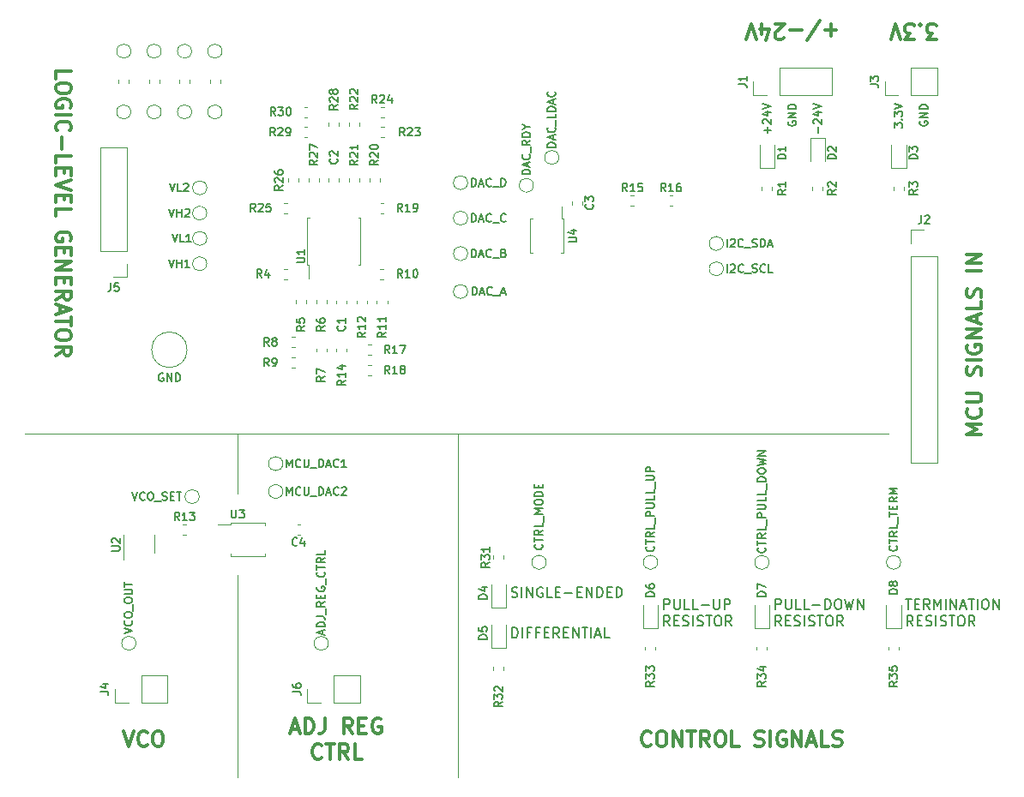
<source format=gbr>
G04 #@! TF.GenerationSoftware,KiCad,Pcbnew,5.1.4*
G04 #@! TF.CreationDate,2019-11-06T21:16:27-05:00*
G04 #@! TF.ProjectId,device-config-demo,64657669-6365-42d6-936f-6e6669672d64,rev?*
G04 #@! TF.SameCoordinates,Original*
G04 #@! TF.FileFunction,Legend,Top*
G04 #@! TF.FilePolarity,Positive*
%FSLAX46Y46*%
G04 Gerber Fmt 4.6, Leading zero omitted, Abs format (unit mm)*
G04 Created by KiCad (PCBNEW 5.1.4) date 2019-11-06 21:16:27*
%MOMM*%
%LPD*%
G04 APERTURE LIST*
%ADD10C,0.120000*%
%ADD11C,0.150000*%
%ADD12C,0.300000*%
G04 APERTURE END LIST*
D10*
X222250000Y-190750000D02*
X222250000Y-184750000D01*
X201250000Y-184750000D02*
X286500000Y-184750000D01*
X222250000Y-218750000D02*
X222250000Y-198750000D01*
X244000000Y-218750000D02*
X244000000Y-184750000D01*
D11*
X289600000Y-153926071D02*
X289561904Y-154002261D01*
X289561904Y-154116547D01*
X289600000Y-154230833D01*
X289676190Y-154307023D01*
X289752380Y-154345119D01*
X289904761Y-154383214D01*
X290019047Y-154383214D01*
X290171428Y-154345119D01*
X290247619Y-154307023D01*
X290323809Y-154230833D01*
X290361904Y-154116547D01*
X290361904Y-154040357D01*
X290323809Y-153926071D01*
X290285714Y-153887976D01*
X290019047Y-153887976D01*
X290019047Y-154040357D01*
X290361904Y-153545119D02*
X289561904Y-153545119D01*
X290361904Y-153087976D01*
X289561904Y-153087976D01*
X290361904Y-152707023D02*
X289561904Y-152707023D01*
X289561904Y-152516547D01*
X289600000Y-152402261D01*
X289676190Y-152326071D01*
X289752380Y-152287976D01*
X289904761Y-152249880D01*
X290019047Y-152249880D01*
X290171428Y-152287976D01*
X290247619Y-152326071D01*
X290323809Y-152402261D01*
X290361904Y-152516547D01*
X290361904Y-152707023D01*
X287061904Y-154573690D02*
X287061904Y-154078452D01*
X287366666Y-154345119D01*
X287366666Y-154230833D01*
X287404761Y-154154642D01*
X287442857Y-154116547D01*
X287519047Y-154078452D01*
X287709523Y-154078452D01*
X287785714Y-154116547D01*
X287823809Y-154154642D01*
X287861904Y-154230833D01*
X287861904Y-154459404D01*
X287823809Y-154535595D01*
X287785714Y-154573690D01*
X287785714Y-153735595D02*
X287823809Y-153697500D01*
X287861904Y-153735595D01*
X287823809Y-153773690D01*
X287785714Y-153735595D01*
X287861904Y-153735595D01*
X287061904Y-153430833D02*
X287061904Y-152935595D01*
X287366666Y-153202261D01*
X287366666Y-153087976D01*
X287404761Y-153011785D01*
X287442857Y-152973690D01*
X287519047Y-152935595D01*
X287709523Y-152935595D01*
X287785714Y-152973690D01*
X287823809Y-153011785D01*
X287861904Y-153087976D01*
X287861904Y-153316547D01*
X287823809Y-153392738D01*
X287785714Y-153430833D01*
X287061904Y-152707023D02*
X287861904Y-152440357D01*
X287061904Y-152173690D01*
X279557142Y-155107023D02*
X279557142Y-154497500D01*
X279138095Y-154154642D02*
X279100000Y-154116547D01*
X279061904Y-154040357D01*
X279061904Y-153849880D01*
X279100000Y-153773690D01*
X279138095Y-153735595D01*
X279214285Y-153697500D01*
X279290476Y-153697500D01*
X279404761Y-153735595D01*
X279861904Y-154192738D01*
X279861904Y-153697500D01*
X279328571Y-153011785D02*
X279861904Y-153011785D01*
X279023809Y-153202261D02*
X279595238Y-153392738D01*
X279595238Y-152897500D01*
X279061904Y-152707023D02*
X279861904Y-152440357D01*
X279061904Y-152173690D01*
X276600000Y-153926071D02*
X276561904Y-154002261D01*
X276561904Y-154116547D01*
X276600000Y-154230833D01*
X276676190Y-154307023D01*
X276752380Y-154345119D01*
X276904761Y-154383214D01*
X277019047Y-154383214D01*
X277171428Y-154345119D01*
X277247619Y-154307023D01*
X277323809Y-154230833D01*
X277361904Y-154116547D01*
X277361904Y-154040357D01*
X277323809Y-153926071D01*
X277285714Y-153887976D01*
X277019047Y-153887976D01*
X277019047Y-154040357D01*
X277361904Y-153545119D02*
X276561904Y-153545119D01*
X277361904Y-153087976D01*
X276561904Y-153087976D01*
X277361904Y-152707023D02*
X276561904Y-152707023D01*
X276561904Y-152516547D01*
X276600000Y-152402261D01*
X276676190Y-152326071D01*
X276752380Y-152287976D01*
X276904761Y-152249880D01*
X277019047Y-152249880D01*
X277171428Y-152287976D01*
X277247619Y-152326071D01*
X277323809Y-152402261D01*
X277361904Y-152516547D01*
X277361904Y-152707023D01*
X274557142Y-155107023D02*
X274557142Y-154497500D01*
X274861904Y-154802261D02*
X274252380Y-154802261D01*
X274138095Y-154154642D02*
X274100000Y-154116547D01*
X274061904Y-154040357D01*
X274061904Y-153849880D01*
X274100000Y-153773690D01*
X274138095Y-153735595D01*
X274214285Y-153697500D01*
X274290476Y-153697500D01*
X274404761Y-153735595D01*
X274861904Y-154192738D01*
X274861904Y-153697500D01*
X274328571Y-153011785D02*
X274861904Y-153011785D01*
X274023809Y-153202261D02*
X274595238Y-153392738D01*
X274595238Y-152897500D01*
X274061904Y-152707023D02*
X274861904Y-152440357D01*
X274061904Y-152173690D01*
D12*
X281357142Y-144892857D02*
X280214285Y-144892857D01*
X280785714Y-144321428D02*
X280785714Y-145464285D01*
X278428571Y-145892857D02*
X279714285Y-143964285D01*
X277928571Y-144892857D02*
X276785714Y-144892857D01*
X276142857Y-145678571D02*
X276071428Y-145750000D01*
X275928571Y-145821428D01*
X275571428Y-145821428D01*
X275428571Y-145750000D01*
X275357142Y-145678571D01*
X275285714Y-145535714D01*
X275285714Y-145392857D01*
X275357142Y-145178571D01*
X276214285Y-144321428D01*
X275285714Y-144321428D01*
X274000000Y-145321428D02*
X274000000Y-144321428D01*
X274357142Y-145892857D02*
X274714285Y-144821428D01*
X273785714Y-144821428D01*
X273428571Y-145821428D02*
X272928571Y-144321428D01*
X272428571Y-145821428D01*
X291214285Y-145821428D02*
X290285714Y-145821428D01*
X290785714Y-145250000D01*
X290571428Y-145250000D01*
X290428571Y-145178571D01*
X290357142Y-145107142D01*
X290285714Y-144964285D01*
X290285714Y-144607142D01*
X290357142Y-144464285D01*
X290428571Y-144392857D01*
X290571428Y-144321428D01*
X291000000Y-144321428D01*
X291142857Y-144392857D01*
X291214285Y-144464285D01*
X289642857Y-144464285D02*
X289571428Y-144392857D01*
X289642857Y-144321428D01*
X289714285Y-144392857D01*
X289642857Y-144464285D01*
X289642857Y-144321428D01*
X289071428Y-145821428D02*
X288142857Y-145821428D01*
X288642857Y-145250000D01*
X288428571Y-145250000D01*
X288285714Y-145178571D01*
X288214285Y-145107142D01*
X288142857Y-144964285D01*
X288142857Y-144607142D01*
X288214285Y-144464285D01*
X288285714Y-144392857D01*
X288428571Y-144321428D01*
X288857142Y-144321428D01*
X289000000Y-144392857D01*
X289071428Y-144464285D01*
X287714285Y-145821428D02*
X287214285Y-144321428D01*
X286714285Y-145821428D01*
X295678571Y-184892857D02*
X294178571Y-184892857D01*
X295250000Y-184392857D01*
X294178571Y-183892857D01*
X295678571Y-183892857D01*
X295535714Y-182321428D02*
X295607142Y-182392857D01*
X295678571Y-182607142D01*
X295678571Y-182750000D01*
X295607142Y-182964285D01*
X295464285Y-183107142D01*
X295321428Y-183178571D01*
X295035714Y-183250000D01*
X294821428Y-183250000D01*
X294535714Y-183178571D01*
X294392857Y-183107142D01*
X294250000Y-182964285D01*
X294178571Y-182750000D01*
X294178571Y-182607142D01*
X294250000Y-182392857D01*
X294321428Y-182321428D01*
X294178571Y-181678571D02*
X295392857Y-181678571D01*
X295535714Y-181607142D01*
X295607142Y-181535714D01*
X295678571Y-181392857D01*
X295678571Y-181107142D01*
X295607142Y-180964285D01*
X295535714Y-180892857D01*
X295392857Y-180821428D01*
X294178571Y-180821428D01*
X295607142Y-179035714D02*
X295678571Y-178821428D01*
X295678571Y-178464285D01*
X295607142Y-178321428D01*
X295535714Y-178250000D01*
X295392857Y-178178571D01*
X295250000Y-178178571D01*
X295107142Y-178250000D01*
X295035714Y-178321428D01*
X294964285Y-178464285D01*
X294892857Y-178750000D01*
X294821428Y-178892857D01*
X294750000Y-178964285D01*
X294607142Y-179035714D01*
X294464285Y-179035714D01*
X294321428Y-178964285D01*
X294250000Y-178892857D01*
X294178571Y-178750000D01*
X294178571Y-178392857D01*
X294250000Y-178178571D01*
X295678571Y-177535714D02*
X294178571Y-177535714D01*
X294250000Y-176035714D02*
X294178571Y-176178571D01*
X294178571Y-176392857D01*
X294250000Y-176607142D01*
X294392857Y-176750000D01*
X294535714Y-176821428D01*
X294821428Y-176892857D01*
X295035714Y-176892857D01*
X295321428Y-176821428D01*
X295464285Y-176750000D01*
X295607142Y-176607142D01*
X295678571Y-176392857D01*
X295678571Y-176250000D01*
X295607142Y-176035714D01*
X295535714Y-175964285D01*
X295035714Y-175964285D01*
X295035714Y-176250000D01*
X295678571Y-175321428D02*
X294178571Y-175321428D01*
X295678571Y-174464285D01*
X294178571Y-174464285D01*
X295250000Y-173821428D02*
X295250000Y-173107142D01*
X295678571Y-173964285D02*
X294178571Y-173464285D01*
X295678571Y-172964285D01*
X295678571Y-171750000D02*
X295678571Y-172464285D01*
X294178571Y-172464285D01*
X295607142Y-171321428D02*
X295678571Y-171107142D01*
X295678571Y-170750000D01*
X295607142Y-170607142D01*
X295535714Y-170535714D01*
X295392857Y-170464285D01*
X295250000Y-170464285D01*
X295107142Y-170535714D01*
X295035714Y-170607142D01*
X294964285Y-170750000D01*
X294892857Y-171035714D01*
X294821428Y-171178571D01*
X294750000Y-171250000D01*
X294607142Y-171321428D01*
X294464285Y-171321428D01*
X294321428Y-171250000D01*
X294250000Y-171178571D01*
X294178571Y-171035714D01*
X294178571Y-170678571D01*
X294250000Y-170464285D01*
X295678571Y-168678571D02*
X294178571Y-168678571D01*
X295678571Y-167964285D02*
X294178571Y-167964285D01*
X295678571Y-167107142D01*
X294178571Y-167107142D01*
X204321428Y-149714285D02*
X204321428Y-149000000D01*
X205821428Y-149000000D01*
X205821428Y-150500000D02*
X205821428Y-150785714D01*
X205750000Y-150928571D01*
X205607142Y-151071428D01*
X205321428Y-151142857D01*
X204821428Y-151142857D01*
X204535714Y-151071428D01*
X204392857Y-150928571D01*
X204321428Y-150785714D01*
X204321428Y-150500000D01*
X204392857Y-150357142D01*
X204535714Y-150214285D01*
X204821428Y-150142857D01*
X205321428Y-150142857D01*
X205607142Y-150214285D01*
X205750000Y-150357142D01*
X205821428Y-150500000D01*
X205750000Y-152571428D02*
X205821428Y-152428571D01*
X205821428Y-152214285D01*
X205750000Y-152000000D01*
X205607142Y-151857142D01*
X205464285Y-151785714D01*
X205178571Y-151714285D01*
X204964285Y-151714285D01*
X204678571Y-151785714D01*
X204535714Y-151857142D01*
X204392857Y-152000000D01*
X204321428Y-152214285D01*
X204321428Y-152357142D01*
X204392857Y-152571428D01*
X204464285Y-152642857D01*
X204964285Y-152642857D01*
X204964285Y-152357142D01*
X204321428Y-153285714D02*
X205821428Y-153285714D01*
X204464285Y-154857142D02*
X204392857Y-154785714D01*
X204321428Y-154571428D01*
X204321428Y-154428571D01*
X204392857Y-154214285D01*
X204535714Y-154071428D01*
X204678571Y-154000000D01*
X204964285Y-153928571D01*
X205178571Y-153928571D01*
X205464285Y-154000000D01*
X205607142Y-154071428D01*
X205750000Y-154214285D01*
X205821428Y-154428571D01*
X205821428Y-154571428D01*
X205750000Y-154785714D01*
X205678571Y-154857142D01*
X204892857Y-155500000D02*
X204892857Y-156642857D01*
X204321428Y-158071428D02*
X204321428Y-157357142D01*
X205821428Y-157357142D01*
X205107142Y-158571428D02*
X205107142Y-159071428D01*
X204321428Y-159285714D02*
X204321428Y-158571428D01*
X205821428Y-158571428D01*
X205821428Y-159285714D01*
X205821428Y-159714285D02*
X204321428Y-160214285D01*
X205821428Y-160714285D01*
X205107142Y-161214285D02*
X205107142Y-161714285D01*
X204321428Y-161928571D02*
X204321428Y-161214285D01*
X205821428Y-161214285D01*
X205821428Y-161928571D01*
X204321428Y-163285714D02*
X204321428Y-162571428D01*
X205821428Y-162571428D01*
X205750000Y-165714285D02*
X205821428Y-165571428D01*
X205821428Y-165357142D01*
X205750000Y-165142857D01*
X205607142Y-165000000D01*
X205464285Y-164928571D01*
X205178571Y-164857142D01*
X204964285Y-164857142D01*
X204678571Y-164928571D01*
X204535714Y-165000000D01*
X204392857Y-165142857D01*
X204321428Y-165357142D01*
X204321428Y-165500000D01*
X204392857Y-165714285D01*
X204464285Y-165785714D01*
X204964285Y-165785714D01*
X204964285Y-165500000D01*
X205107142Y-166428571D02*
X205107142Y-166928571D01*
X204321428Y-167142857D02*
X204321428Y-166428571D01*
X205821428Y-166428571D01*
X205821428Y-167142857D01*
X204321428Y-167785714D02*
X205821428Y-167785714D01*
X204321428Y-168642857D01*
X205821428Y-168642857D01*
X205107142Y-169357142D02*
X205107142Y-169857142D01*
X204321428Y-170071428D02*
X204321428Y-169357142D01*
X205821428Y-169357142D01*
X205821428Y-170071428D01*
X204321428Y-171571428D02*
X205035714Y-171071428D01*
X204321428Y-170714285D02*
X205821428Y-170714285D01*
X205821428Y-171285714D01*
X205750000Y-171428571D01*
X205678571Y-171500000D01*
X205535714Y-171571428D01*
X205321428Y-171571428D01*
X205178571Y-171500000D01*
X205107142Y-171428571D01*
X205035714Y-171285714D01*
X205035714Y-170714285D01*
X204750000Y-172142857D02*
X204750000Y-172857142D01*
X204321428Y-172000000D02*
X205821428Y-172500000D01*
X204321428Y-173000000D01*
X205821428Y-173285714D02*
X205821428Y-174142857D01*
X204321428Y-173714285D02*
X205821428Y-173714285D01*
X205821428Y-174928571D02*
X205821428Y-175214285D01*
X205750000Y-175357142D01*
X205607142Y-175500000D01*
X205321428Y-175571428D01*
X204821428Y-175571428D01*
X204535714Y-175500000D01*
X204392857Y-175357142D01*
X204321428Y-175214285D01*
X204321428Y-174928571D01*
X204392857Y-174785714D01*
X204535714Y-174642857D01*
X204821428Y-174571428D01*
X205321428Y-174571428D01*
X205607142Y-174642857D01*
X205750000Y-174785714D01*
X205821428Y-174928571D01*
X204321428Y-177071428D02*
X205035714Y-176571428D01*
X204321428Y-176214285D02*
X205821428Y-176214285D01*
X205821428Y-176785714D01*
X205750000Y-176928571D01*
X205678571Y-177000000D01*
X205535714Y-177071428D01*
X205321428Y-177071428D01*
X205178571Y-177000000D01*
X205107142Y-176928571D01*
X205035714Y-176785714D01*
X205035714Y-176214285D01*
X210964285Y-214178571D02*
X211464285Y-215678571D01*
X211964285Y-214178571D01*
X213321428Y-215535714D02*
X213250000Y-215607142D01*
X213035714Y-215678571D01*
X212892857Y-215678571D01*
X212678571Y-215607142D01*
X212535714Y-215464285D01*
X212464285Y-215321428D01*
X212392857Y-215035714D01*
X212392857Y-214821428D01*
X212464285Y-214535714D01*
X212535714Y-214392857D01*
X212678571Y-214250000D01*
X212892857Y-214178571D01*
X213035714Y-214178571D01*
X213250000Y-214250000D01*
X213321428Y-214321428D01*
X214250000Y-214178571D02*
X214535714Y-214178571D01*
X214678571Y-214250000D01*
X214821428Y-214392857D01*
X214892857Y-214678571D01*
X214892857Y-215178571D01*
X214821428Y-215464285D01*
X214678571Y-215607142D01*
X214535714Y-215678571D01*
X214250000Y-215678571D01*
X214107142Y-215607142D01*
X213964285Y-215464285D01*
X213892857Y-215178571D01*
X213892857Y-214678571D01*
X213964285Y-214392857D01*
X214107142Y-214250000D01*
X214250000Y-214178571D01*
X227571428Y-213975000D02*
X228285714Y-213975000D01*
X227428571Y-214403571D02*
X227928571Y-212903571D01*
X228428571Y-214403571D01*
X228928571Y-214403571D02*
X228928571Y-212903571D01*
X229285714Y-212903571D01*
X229500000Y-212975000D01*
X229642857Y-213117857D01*
X229714285Y-213260714D01*
X229785714Y-213546428D01*
X229785714Y-213760714D01*
X229714285Y-214046428D01*
X229642857Y-214189285D01*
X229500000Y-214332142D01*
X229285714Y-214403571D01*
X228928571Y-214403571D01*
X230857142Y-212903571D02*
X230857142Y-213975000D01*
X230785714Y-214189285D01*
X230642857Y-214332142D01*
X230428571Y-214403571D01*
X230285714Y-214403571D01*
X233571428Y-214403571D02*
X233071428Y-213689285D01*
X232714285Y-214403571D02*
X232714285Y-212903571D01*
X233285714Y-212903571D01*
X233428571Y-212975000D01*
X233500000Y-213046428D01*
X233571428Y-213189285D01*
X233571428Y-213403571D01*
X233500000Y-213546428D01*
X233428571Y-213617857D01*
X233285714Y-213689285D01*
X232714285Y-213689285D01*
X234214285Y-213617857D02*
X234714285Y-213617857D01*
X234928571Y-214403571D02*
X234214285Y-214403571D01*
X234214285Y-212903571D01*
X234928571Y-212903571D01*
X236357142Y-212975000D02*
X236214285Y-212903571D01*
X236000000Y-212903571D01*
X235785714Y-212975000D01*
X235642857Y-213117857D01*
X235571428Y-213260714D01*
X235500000Y-213546428D01*
X235500000Y-213760714D01*
X235571428Y-214046428D01*
X235642857Y-214189285D01*
X235785714Y-214332142D01*
X236000000Y-214403571D01*
X236142857Y-214403571D01*
X236357142Y-214332142D01*
X236428571Y-214260714D01*
X236428571Y-213760714D01*
X236142857Y-213760714D01*
X230535714Y-216810714D02*
X230464285Y-216882142D01*
X230250000Y-216953571D01*
X230107142Y-216953571D01*
X229892857Y-216882142D01*
X229750000Y-216739285D01*
X229678571Y-216596428D01*
X229607142Y-216310714D01*
X229607142Y-216096428D01*
X229678571Y-215810714D01*
X229750000Y-215667857D01*
X229892857Y-215525000D01*
X230107142Y-215453571D01*
X230250000Y-215453571D01*
X230464285Y-215525000D01*
X230535714Y-215596428D01*
X230964285Y-215453571D02*
X231821428Y-215453571D01*
X231392857Y-216953571D02*
X231392857Y-215453571D01*
X233178571Y-216953571D02*
X232678571Y-216239285D01*
X232321428Y-216953571D02*
X232321428Y-215453571D01*
X232892857Y-215453571D01*
X233035714Y-215525000D01*
X233107142Y-215596428D01*
X233178571Y-215739285D01*
X233178571Y-215953571D01*
X233107142Y-216096428D01*
X233035714Y-216167857D01*
X232892857Y-216239285D01*
X232321428Y-216239285D01*
X234535714Y-216953571D02*
X233821428Y-216953571D01*
X233821428Y-215453571D01*
D11*
X288192738Y-201127380D02*
X288764166Y-201127380D01*
X288478452Y-202127380D02*
X288478452Y-201127380D01*
X289097500Y-201603571D02*
X289430833Y-201603571D01*
X289573690Y-202127380D02*
X289097500Y-202127380D01*
X289097500Y-201127380D01*
X289573690Y-201127380D01*
X290573690Y-202127380D02*
X290240357Y-201651190D01*
X290002261Y-202127380D02*
X290002261Y-201127380D01*
X290383214Y-201127380D01*
X290478452Y-201175000D01*
X290526071Y-201222619D01*
X290573690Y-201317857D01*
X290573690Y-201460714D01*
X290526071Y-201555952D01*
X290478452Y-201603571D01*
X290383214Y-201651190D01*
X290002261Y-201651190D01*
X291002261Y-202127380D02*
X291002261Y-201127380D01*
X291335595Y-201841666D01*
X291668928Y-201127380D01*
X291668928Y-202127380D01*
X292145119Y-202127380D02*
X292145119Y-201127380D01*
X292621309Y-202127380D02*
X292621309Y-201127380D01*
X293192738Y-202127380D01*
X293192738Y-201127380D01*
X293621309Y-201841666D02*
X294097500Y-201841666D01*
X293526071Y-202127380D02*
X293859404Y-201127380D01*
X294192738Y-202127380D01*
X294383214Y-201127380D02*
X294954642Y-201127380D01*
X294668928Y-202127380D02*
X294668928Y-201127380D01*
X295287976Y-202127380D02*
X295287976Y-201127380D01*
X295954642Y-201127380D02*
X296145119Y-201127380D01*
X296240357Y-201175000D01*
X296335595Y-201270238D01*
X296383214Y-201460714D01*
X296383214Y-201794047D01*
X296335595Y-201984523D01*
X296240357Y-202079761D01*
X296145119Y-202127380D01*
X295954642Y-202127380D01*
X295859404Y-202079761D01*
X295764166Y-201984523D01*
X295716547Y-201794047D01*
X295716547Y-201460714D01*
X295764166Y-201270238D01*
X295859404Y-201175000D01*
X295954642Y-201127380D01*
X296811785Y-202127380D02*
X296811785Y-201127380D01*
X297383214Y-202127380D01*
X297383214Y-201127380D01*
X288907023Y-203777380D02*
X288573690Y-203301190D01*
X288335595Y-203777380D02*
X288335595Y-202777380D01*
X288716547Y-202777380D01*
X288811785Y-202825000D01*
X288859404Y-202872619D01*
X288907023Y-202967857D01*
X288907023Y-203110714D01*
X288859404Y-203205952D01*
X288811785Y-203253571D01*
X288716547Y-203301190D01*
X288335595Y-203301190D01*
X289335595Y-203253571D02*
X289668928Y-203253571D01*
X289811785Y-203777380D02*
X289335595Y-203777380D01*
X289335595Y-202777380D01*
X289811785Y-202777380D01*
X290192738Y-203729761D02*
X290335595Y-203777380D01*
X290573690Y-203777380D01*
X290668928Y-203729761D01*
X290716547Y-203682142D01*
X290764166Y-203586904D01*
X290764166Y-203491666D01*
X290716547Y-203396428D01*
X290668928Y-203348809D01*
X290573690Y-203301190D01*
X290383214Y-203253571D01*
X290287976Y-203205952D01*
X290240357Y-203158333D01*
X290192738Y-203063095D01*
X290192738Y-202967857D01*
X290240357Y-202872619D01*
X290287976Y-202825000D01*
X290383214Y-202777380D01*
X290621309Y-202777380D01*
X290764166Y-202825000D01*
X291192738Y-203777380D02*
X291192738Y-202777380D01*
X291621309Y-203729761D02*
X291764166Y-203777380D01*
X292002261Y-203777380D01*
X292097500Y-203729761D01*
X292145119Y-203682142D01*
X292192738Y-203586904D01*
X292192738Y-203491666D01*
X292145119Y-203396428D01*
X292097500Y-203348809D01*
X292002261Y-203301190D01*
X291811785Y-203253571D01*
X291716547Y-203205952D01*
X291668928Y-203158333D01*
X291621309Y-203063095D01*
X291621309Y-202967857D01*
X291668928Y-202872619D01*
X291716547Y-202825000D01*
X291811785Y-202777380D01*
X292049880Y-202777380D01*
X292192738Y-202825000D01*
X292478452Y-202777380D02*
X293049880Y-202777380D01*
X292764166Y-203777380D02*
X292764166Y-202777380D01*
X293573690Y-202777380D02*
X293764166Y-202777380D01*
X293859404Y-202825000D01*
X293954642Y-202920238D01*
X294002261Y-203110714D01*
X294002261Y-203444047D01*
X293954642Y-203634523D01*
X293859404Y-203729761D01*
X293764166Y-203777380D01*
X293573690Y-203777380D01*
X293478452Y-203729761D01*
X293383214Y-203634523D01*
X293335595Y-203444047D01*
X293335595Y-203110714D01*
X293383214Y-202920238D01*
X293478452Y-202825000D01*
X293573690Y-202777380D01*
X295002261Y-203777380D02*
X294668928Y-203301190D01*
X294430833Y-203777380D02*
X294430833Y-202777380D01*
X294811785Y-202777380D01*
X294907023Y-202825000D01*
X294954642Y-202872619D01*
X295002261Y-202967857D01*
X295002261Y-203110714D01*
X294954642Y-203205952D01*
X294907023Y-203253571D01*
X294811785Y-203301190D01*
X294430833Y-203301190D01*
X275335595Y-202127380D02*
X275335595Y-201127380D01*
X275716547Y-201127380D01*
X275811785Y-201175000D01*
X275859404Y-201222619D01*
X275907023Y-201317857D01*
X275907023Y-201460714D01*
X275859404Y-201555952D01*
X275811785Y-201603571D01*
X275716547Y-201651190D01*
X275335595Y-201651190D01*
X276335595Y-201127380D02*
X276335595Y-201936904D01*
X276383214Y-202032142D01*
X276430833Y-202079761D01*
X276526071Y-202127380D01*
X276716547Y-202127380D01*
X276811785Y-202079761D01*
X276859404Y-202032142D01*
X276907023Y-201936904D01*
X276907023Y-201127380D01*
X277859404Y-202127380D02*
X277383214Y-202127380D01*
X277383214Y-201127380D01*
X278668928Y-202127380D02*
X278192738Y-202127380D01*
X278192738Y-201127380D01*
X279002261Y-201746428D02*
X279764166Y-201746428D01*
X280240357Y-202127380D02*
X280240357Y-201127380D01*
X280478452Y-201127380D01*
X280621309Y-201175000D01*
X280716547Y-201270238D01*
X280764166Y-201365476D01*
X280811785Y-201555952D01*
X280811785Y-201698809D01*
X280764166Y-201889285D01*
X280716547Y-201984523D01*
X280621309Y-202079761D01*
X280478452Y-202127380D01*
X280240357Y-202127380D01*
X281430833Y-201127380D02*
X281621309Y-201127380D01*
X281716547Y-201175000D01*
X281811785Y-201270238D01*
X281859404Y-201460714D01*
X281859404Y-201794047D01*
X281811785Y-201984523D01*
X281716547Y-202079761D01*
X281621309Y-202127380D01*
X281430833Y-202127380D01*
X281335595Y-202079761D01*
X281240357Y-201984523D01*
X281192738Y-201794047D01*
X281192738Y-201460714D01*
X281240357Y-201270238D01*
X281335595Y-201175000D01*
X281430833Y-201127380D01*
X282192738Y-201127380D02*
X282430833Y-202127380D01*
X282621309Y-201413095D01*
X282811785Y-202127380D01*
X283049880Y-201127380D01*
X283430833Y-202127380D02*
X283430833Y-201127380D01*
X284002261Y-202127380D01*
X284002261Y-201127380D01*
X275907023Y-203777380D02*
X275573690Y-203301190D01*
X275335595Y-203777380D02*
X275335595Y-202777380D01*
X275716547Y-202777380D01*
X275811785Y-202825000D01*
X275859404Y-202872619D01*
X275907023Y-202967857D01*
X275907023Y-203110714D01*
X275859404Y-203205952D01*
X275811785Y-203253571D01*
X275716547Y-203301190D01*
X275335595Y-203301190D01*
X276335595Y-203253571D02*
X276668928Y-203253571D01*
X276811785Y-203777380D02*
X276335595Y-203777380D01*
X276335595Y-202777380D01*
X276811785Y-202777380D01*
X277192738Y-203729761D02*
X277335595Y-203777380D01*
X277573690Y-203777380D01*
X277668928Y-203729761D01*
X277716547Y-203682142D01*
X277764166Y-203586904D01*
X277764166Y-203491666D01*
X277716547Y-203396428D01*
X277668928Y-203348809D01*
X277573690Y-203301190D01*
X277383214Y-203253571D01*
X277287976Y-203205952D01*
X277240357Y-203158333D01*
X277192738Y-203063095D01*
X277192738Y-202967857D01*
X277240357Y-202872619D01*
X277287976Y-202825000D01*
X277383214Y-202777380D01*
X277621309Y-202777380D01*
X277764166Y-202825000D01*
X278192738Y-203777380D02*
X278192738Y-202777380D01*
X278621309Y-203729761D02*
X278764166Y-203777380D01*
X279002261Y-203777380D01*
X279097500Y-203729761D01*
X279145119Y-203682142D01*
X279192738Y-203586904D01*
X279192738Y-203491666D01*
X279145119Y-203396428D01*
X279097500Y-203348809D01*
X279002261Y-203301190D01*
X278811785Y-203253571D01*
X278716547Y-203205952D01*
X278668928Y-203158333D01*
X278621309Y-203063095D01*
X278621309Y-202967857D01*
X278668928Y-202872619D01*
X278716547Y-202825000D01*
X278811785Y-202777380D01*
X279049880Y-202777380D01*
X279192738Y-202825000D01*
X279478452Y-202777380D02*
X280049880Y-202777380D01*
X279764166Y-203777380D02*
X279764166Y-202777380D01*
X280573690Y-202777380D02*
X280764166Y-202777380D01*
X280859404Y-202825000D01*
X280954642Y-202920238D01*
X281002261Y-203110714D01*
X281002261Y-203444047D01*
X280954642Y-203634523D01*
X280859404Y-203729761D01*
X280764166Y-203777380D01*
X280573690Y-203777380D01*
X280478452Y-203729761D01*
X280383214Y-203634523D01*
X280335595Y-203444047D01*
X280335595Y-203110714D01*
X280383214Y-202920238D01*
X280478452Y-202825000D01*
X280573690Y-202777380D01*
X282002261Y-203777380D02*
X281668928Y-203301190D01*
X281430833Y-203777380D02*
X281430833Y-202777380D01*
X281811785Y-202777380D01*
X281907023Y-202825000D01*
X281954642Y-202872619D01*
X282002261Y-202967857D01*
X282002261Y-203110714D01*
X281954642Y-203205952D01*
X281907023Y-203253571D01*
X281811785Y-203301190D01*
X281430833Y-203301190D01*
X264335595Y-202127380D02*
X264335595Y-201127380D01*
X264716547Y-201127380D01*
X264811785Y-201175000D01*
X264859404Y-201222619D01*
X264907023Y-201317857D01*
X264907023Y-201460714D01*
X264859404Y-201555952D01*
X264811785Y-201603571D01*
X264716547Y-201651190D01*
X264335595Y-201651190D01*
X265335595Y-201127380D02*
X265335595Y-201936904D01*
X265383214Y-202032142D01*
X265430833Y-202079761D01*
X265526071Y-202127380D01*
X265716547Y-202127380D01*
X265811785Y-202079761D01*
X265859404Y-202032142D01*
X265907023Y-201936904D01*
X265907023Y-201127380D01*
X266859404Y-202127380D02*
X266383214Y-202127380D01*
X266383214Y-201127380D01*
X267668928Y-202127380D02*
X267192738Y-202127380D01*
X267192738Y-201127380D01*
X268002261Y-201746428D02*
X268764166Y-201746428D01*
X269240357Y-201127380D02*
X269240357Y-201936904D01*
X269287976Y-202032142D01*
X269335595Y-202079761D01*
X269430833Y-202127380D01*
X269621309Y-202127380D01*
X269716547Y-202079761D01*
X269764166Y-202032142D01*
X269811785Y-201936904D01*
X269811785Y-201127380D01*
X270287976Y-202127380D02*
X270287976Y-201127380D01*
X270668928Y-201127380D01*
X270764166Y-201175000D01*
X270811785Y-201222619D01*
X270859404Y-201317857D01*
X270859404Y-201460714D01*
X270811785Y-201555952D01*
X270764166Y-201603571D01*
X270668928Y-201651190D01*
X270287976Y-201651190D01*
X264907023Y-203777380D02*
X264573690Y-203301190D01*
X264335595Y-203777380D02*
X264335595Y-202777380D01*
X264716547Y-202777380D01*
X264811785Y-202825000D01*
X264859404Y-202872619D01*
X264907023Y-202967857D01*
X264907023Y-203110714D01*
X264859404Y-203205952D01*
X264811785Y-203253571D01*
X264716547Y-203301190D01*
X264335595Y-203301190D01*
X265335595Y-203253571D02*
X265668928Y-203253571D01*
X265811785Y-203777380D02*
X265335595Y-203777380D01*
X265335595Y-202777380D01*
X265811785Y-202777380D01*
X266192738Y-203729761D02*
X266335595Y-203777380D01*
X266573690Y-203777380D01*
X266668928Y-203729761D01*
X266716547Y-203682142D01*
X266764166Y-203586904D01*
X266764166Y-203491666D01*
X266716547Y-203396428D01*
X266668928Y-203348809D01*
X266573690Y-203301190D01*
X266383214Y-203253571D01*
X266287976Y-203205952D01*
X266240357Y-203158333D01*
X266192738Y-203063095D01*
X266192738Y-202967857D01*
X266240357Y-202872619D01*
X266287976Y-202825000D01*
X266383214Y-202777380D01*
X266621309Y-202777380D01*
X266764166Y-202825000D01*
X267192738Y-203777380D02*
X267192738Y-202777380D01*
X267621309Y-203729761D02*
X267764166Y-203777380D01*
X268002261Y-203777380D01*
X268097500Y-203729761D01*
X268145119Y-203682142D01*
X268192738Y-203586904D01*
X268192738Y-203491666D01*
X268145119Y-203396428D01*
X268097500Y-203348809D01*
X268002261Y-203301190D01*
X267811785Y-203253571D01*
X267716547Y-203205952D01*
X267668928Y-203158333D01*
X267621309Y-203063095D01*
X267621309Y-202967857D01*
X267668928Y-202872619D01*
X267716547Y-202825000D01*
X267811785Y-202777380D01*
X268049880Y-202777380D01*
X268192738Y-202825000D01*
X268478452Y-202777380D02*
X269049880Y-202777380D01*
X268764166Y-203777380D02*
X268764166Y-202777380D01*
X269573690Y-202777380D02*
X269764166Y-202777380D01*
X269859404Y-202825000D01*
X269954642Y-202920238D01*
X270002261Y-203110714D01*
X270002261Y-203444047D01*
X269954642Y-203634523D01*
X269859404Y-203729761D01*
X269764166Y-203777380D01*
X269573690Y-203777380D01*
X269478452Y-203729761D01*
X269383214Y-203634523D01*
X269335595Y-203444047D01*
X269335595Y-203110714D01*
X269383214Y-202920238D01*
X269478452Y-202825000D01*
X269573690Y-202777380D01*
X271002261Y-203777380D02*
X270668928Y-203301190D01*
X270430833Y-203777380D02*
X270430833Y-202777380D01*
X270811785Y-202777380D01*
X270907023Y-202825000D01*
X270954642Y-202872619D01*
X271002261Y-202967857D01*
X271002261Y-203110714D01*
X270954642Y-203205952D01*
X270907023Y-203253571D01*
X270811785Y-203301190D01*
X270430833Y-203301190D01*
X249335595Y-204952380D02*
X249335595Y-203952380D01*
X249573690Y-203952380D01*
X249716547Y-204000000D01*
X249811785Y-204095238D01*
X249859404Y-204190476D01*
X249907023Y-204380952D01*
X249907023Y-204523809D01*
X249859404Y-204714285D01*
X249811785Y-204809523D01*
X249716547Y-204904761D01*
X249573690Y-204952380D01*
X249335595Y-204952380D01*
X250335595Y-204952380D02*
X250335595Y-203952380D01*
X251145119Y-204428571D02*
X250811785Y-204428571D01*
X250811785Y-204952380D02*
X250811785Y-203952380D01*
X251287976Y-203952380D01*
X252002261Y-204428571D02*
X251668928Y-204428571D01*
X251668928Y-204952380D02*
X251668928Y-203952380D01*
X252145119Y-203952380D01*
X252526071Y-204428571D02*
X252859404Y-204428571D01*
X253002261Y-204952380D02*
X252526071Y-204952380D01*
X252526071Y-203952380D01*
X253002261Y-203952380D01*
X254002261Y-204952380D02*
X253668928Y-204476190D01*
X253430833Y-204952380D02*
X253430833Y-203952380D01*
X253811785Y-203952380D01*
X253907023Y-204000000D01*
X253954642Y-204047619D01*
X254002261Y-204142857D01*
X254002261Y-204285714D01*
X253954642Y-204380952D01*
X253907023Y-204428571D01*
X253811785Y-204476190D01*
X253430833Y-204476190D01*
X254430833Y-204428571D02*
X254764166Y-204428571D01*
X254907023Y-204952380D02*
X254430833Y-204952380D01*
X254430833Y-203952380D01*
X254907023Y-203952380D01*
X255335595Y-204952380D02*
X255335595Y-203952380D01*
X255907023Y-204952380D01*
X255907023Y-203952380D01*
X256240357Y-203952380D02*
X256811785Y-203952380D01*
X256526071Y-204952380D02*
X256526071Y-203952380D01*
X257145119Y-204952380D02*
X257145119Y-203952380D01*
X257573690Y-204666666D02*
X258049880Y-204666666D01*
X257478452Y-204952380D02*
X257811785Y-203952380D01*
X258145119Y-204952380D01*
X258954642Y-204952380D02*
X258478452Y-204952380D01*
X258478452Y-203952380D01*
X249287976Y-200904761D02*
X249430833Y-200952380D01*
X249668928Y-200952380D01*
X249764166Y-200904761D01*
X249811785Y-200857142D01*
X249859404Y-200761904D01*
X249859404Y-200666666D01*
X249811785Y-200571428D01*
X249764166Y-200523809D01*
X249668928Y-200476190D01*
X249478452Y-200428571D01*
X249383214Y-200380952D01*
X249335595Y-200333333D01*
X249287976Y-200238095D01*
X249287976Y-200142857D01*
X249335595Y-200047619D01*
X249383214Y-200000000D01*
X249478452Y-199952380D01*
X249716547Y-199952380D01*
X249859404Y-200000000D01*
X250287976Y-200952380D02*
X250287976Y-199952380D01*
X250764166Y-200952380D02*
X250764166Y-199952380D01*
X251335595Y-200952380D01*
X251335595Y-199952380D01*
X252335595Y-200000000D02*
X252240357Y-199952380D01*
X252097500Y-199952380D01*
X251954642Y-200000000D01*
X251859404Y-200095238D01*
X251811785Y-200190476D01*
X251764166Y-200380952D01*
X251764166Y-200523809D01*
X251811785Y-200714285D01*
X251859404Y-200809523D01*
X251954642Y-200904761D01*
X252097500Y-200952380D01*
X252192738Y-200952380D01*
X252335595Y-200904761D01*
X252383214Y-200857142D01*
X252383214Y-200523809D01*
X252192738Y-200523809D01*
X253287976Y-200952380D02*
X252811785Y-200952380D01*
X252811785Y-199952380D01*
X253621309Y-200428571D02*
X253954642Y-200428571D01*
X254097500Y-200952380D02*
X253621309Y-200952380D01*
X253621309Y-199952380D01*
X254097500Y-199952380D01*
X254526071Y-200571428D02*
X255287976Y-200571428D01*
X255764166Y-200428571D02*
X256097500Y-200428571D01*
X256240357Y-200952380D02*
X255764166Y-200952380D01*
X255764166Y-199952380D01*
X256240357Y-199952380D01*
X256668928Y-200952380D02*
X256668928Y-199952380D01*
X257240357Y-200952380D01*
X257240357Y-199952380D01*
X257716547Y-200952380D02*
X257716547Y-199952380D01*
X257954642Y-199952380D01*
X258097500Y-200000000D01*
X258192738Y-200095238D01*
X258240357Y-200190476D01*
X258287976Y-200380952D01*
X258287976Y-200523809D01*
X258240357Y-200714285D01*
X258192738Y-200809523D01*
X258097500Y-200904761D01*
X257954642Y-200952380D01*
X257716547Y-200952380D01*
X258716547Y-200428571D02*
X259049880Y-200428571D01*
X259192738Y-200952380D02*
X258716547Y-200952380D01*
X258716547Y-199952380D01*
X259192738Y-199952380D01*
X259621309Y-200952380D02*
X259621309Y-199952380D01*
X259859404Y-199952380D01*
X260002261Y-200000000D01*
X260097500Y-200095238D01*
X260145119Y-200190476D01*
X260192738Y-200380952D01*
X260192738Y-200523809D01*
X260145119Y-200714285D01*
X260097500Y-200809523D01*
X260002261Y-200904761D01*
X259859404Y-200952380D01*
X259621309Y-200952380D01*
D12*
X263035714Y-215535714D02*
X262964285Y-215607142D01*
X262750000Y-215678571D01*
X262607142Y-215678571D01*
X262392857Y-215607142D01*
X262250000Y-215464285D01*
X262178571Y-215321428D01*
X262107142Y-215035714D01*
X262107142Y-214821428D01*
X262178571Y-214535714D01*
X262250000Y-214392857D01*
X262392857Y-214250000D01*
X262607142Y-214178571D01*
X262750000Y-214178571D01*
X262964285Y-214250000D01*
X263035714Y-214321428D01*
X263964285Y-214178571D02*
X264250000Y-214178571D01*
X264392857Y-214250000D01*
X264535714Y-214392857D01*
X264607142Y-214678571D01*
X264607142Y-215178571D01*
X264535714Y-215464285D01*
X264392857Y-215607142D01*
X264250000Y-215678571D01*
X263964285Y-215678571D01*
X263821428Y-215607142D01*
X263678571Y-215464285D01*
X263607142Y-215178571D01*
X263607142Y-214678571D01*
X263678571Y-214392857D01*
X263821428Y-214250000D01*
X263964285Y-214178571D01*
X265250000Y-215678571D02*
X265250000Y-214178571D01*
X266107142Y-215678571D01*
X266107142Y-214178571D01*
X266607142Y-214178571D02*
X267464285Y-214178571D01*
X267035714Y-215678571D02*
X267035714Y-214178571D01*
X268821428Y-215678571D02*
X268321428Y-214964285D01*
X267964285Y-215678571D02*
X267964285Y-214178571D01*
X268535714Y-214178571D01*
X268678571Y-214250000D01*
X268750000Y-214321428D01*
X268821428Y-214464285D01*
X268821428Y-214678571D01*
X268750000Y-214821428D01*
X268678571Y-214892857D01*
X268535714Y-214964285D01*
X267964285Y-214964285D01*
X269750000Y-214178571D02*
X270035714Y-214178571D01*
X270178571Y-214250000D01*
X270321428Y-214392857D01*
X270392857Y-214678571D01*
X270392857Y-215178571D01*
X270321428Y-215464285D01*
X270178571Y-215607142D01*
X270035714Y-215678571D01*
X269750000Y-215678571D01*
X269607142Y-215607142D01*
X269464285Y-215464285D01*
X269392857Y-215178571D01*
X269392857Y-214678571D01*
X269464285Y-214392857D01*
X269607142Y-214250000D01*
X269750000Y-214178571D01*
X271750000Y-215678571D02*
X271035714Y-215678571D01*
X271035714Y-214178571D01*
X273321428Y-215607142D02*
X273535714Y-215678571D01*
X273892857Y-215678571D01*
X274035714Y-215607142D01*
X274107142Y-215535714D01*
X274178571Y-215392857D01*
X274178571Y-215250000D01*
X274107142Y-215107142D01*
X274035714Y-215035714D01*
X273892857Y-214964285D01*
X273607142Y-214892857D01*
X273464285Y-214821428D01*
X273392857Y-214750000D01*
X273321428Y-214607142D01*
X273321428Y-214464285D01*
X273392857Y-214321428D01*
X273464285Y-214250000D01*
X273607142Y-214178571D01*
X273964285Y-214178571D01*
X274178571Y-214250000D01*
X274821428Y-215678571D02*
X274821428Y-214178571D01*
X276321428Y-214250000D02*
X276178571Y-214178571D01*
X275964285Y-214178571D01*
X275750000Y-214250000D01*
X275607142Y-214392857D01*
X275535714Y-214535714D01*
X275464285Y-214821428D01*
X275464285Y-215035714D01*
X275535714Y-215321428D01*
X275607142Y-215464285D01*
X275750000Y-215607142D01*
X275964285Y-215678571D01*
X276107142Y-215678571D01*
X276321428Y-215607142D01*
X276392857Y-215535714D01*
X276392857Y-215035714D01*
X276107142Y-215035714D01*
X277035714Y-215678571D02*
X277035714Y-214178571D01*
X277892857Y-215678571D01*
X277892857Y-214178571D01*
X278535714Y-215250000D02*
X279250000Y-215250000D01*
X278392857Y-215678571D02*
X278892857Y-214178571D01*
X279392857Y-215678571D01*
X280607142Y-215678571D02*
X279892857Y-215678571D01*
X279892857Y-214178571D01*
X281035714Y-215607142D02*
X281250000Y-215678571D01*
X281607142Y-215678571D01*
X281750000Y-215607142D01*
X281821428Y-215535714D01*
X281892857Y-215392857D01*
X281892857Y-215250000D01*
X281821428Y-215107142D01*
X281750000Y-215035714D01*
X281607142Y-214964285D01*
X281321428Y-214892857D01*
X281178571Y-214821428D01*
X281107142Y-214750000D01*
X281035714Y-214607142D01*
X281035714Y-214464285D01*
X281107142Y-214321428D01*
X281178571Y-214250000D01*
X281321428Y-214178571D01*
X281678571Y-214178571D01*
X281892857Y-214250000D01*
D10*
X233010000Y-171624721D02*
X233010000Y-171950279D01*
X231990000Y-171624721D02*
X231990000Y-171950279D01*
X231240000Y-159587221D02*
X231240000Y-159912779D01*
X232260000Y-159587221D02*
X232260000Y-159912779D01*
X255240000Y-162162779D02*
X255240000Y-161837221D01*
X256260000Y-162162779D02*
X256260000Y-161837221D01*
X228124721Y-194760000D02*
X228450279Y-194760000D01*
X228124721Y-193740000D02*
X228450279Y-193740000D01*
X273765000Y-156237500D02*
X273765000Y-158522500D01*
X273765000Y-158522500D02*
X275235000Y-158522500D01*
X275235000Y-158522500D02*
X275235000Y-156237500D01*
X278765000Y-155552500D02*
X278765000Y-157837500D01*
X280235000Y-155552500D02*
X278765000Y-155552500D01*
X280235000Y-157837500D02*
X280235000Y-155552500D01*
X286765000Y-156237500D02*
X286765000Y-158522500D01*
X286765000Y-158522500D02*
X288235000Y-158522500D01*
X288235000Y-158522500D02*
X288235000Y-156237500D01*
X247265000Y-199700000D02*
X247265000Y-201985000D01*
X247265000Y-201985000D02*
X248735000Y-201985000D01*
X248735000Y-201985000D02*
X248735000Y-199700000D01*
X248735000Y-205985000D02*
X248735000Y-203700000D01*
X247265000Y-205985000D02*
X248735000Y-205985000D01*
X247265000Y-203700000D02*
X247265000Y-205985000D01*
X263735000Y-203985000D02*
X263735000Y-201700000D01*
X262265000Y-203985000D02*
X263735000Y-203985000D01*
X262265000Y-201700000D02*
X262265000Y-203985000D01*
X274735000Y-203985000D02*
X274735000Y-201700000D01*
X273265000Y-203985000D02*
X274735000Y-203985000D01*
X273265000Y-201700000D02*
X273265000Y-203985000D01*
X286265000Y-201700000D02*
X286265000Y-203985000D01*
X286265000Y-203985000D02*
X287735000Y-203985000D01*
X287735000Y-203985000D02*
X287735000Y-201700000D01*
X280870000Y-151330000D02*
X280870000Y-148670000D01*
X275730000Y-151330000D02*
X280870000Y-151330000D01*
X275730000Y-148670000D02*
X280870000Y-148670000D01*
X275730000Y-151330000D02*
X275730000Y-148670000D01*
X274460000Y-151330000D02*
X273130000Y-151330000D01*
X273130000Y-151330000D02*
X273130000Y-150000000D01*
X288670000Y-187650000D02*
X291330000Y-187650000D01*
X288670000Y-167270000D02*
X288670000Y-187650000D01*
X291330000Y-167270000D02*
X291330000Y-187650000D01*
X288670000Y-167270000D02*
X291330000Y-167270000D01*
X288670000Y-166000000D02*
X288670000Y-164670000D01*
X288670000Y-164670000D02*
X290000000Y-164670000D01*
X291330000Y-151330000D02*
X291330000Y-148670000D01*
X288730000Y-151330000D02*
X291330000Y-151330000D01*
X288730000Y-148670000D02*
X291330000Y-148670000D01*
X288730000Y-151330000D02*
X288730000Y-148670000D01*
X287460000Y-151330000D02*
X286130000Y-151330000D01*
X286130000Y-151330000D02*
X286130000Y-150000000D01*
X210130000Y-211330000D02*
X210130000Y-210000000D01*
X211460000Y-211330000D02*
X210130000Y-211330000D01*
X212730000Y-211330000D02*
X212730000Y-208670000D01*
X212730000Y-208670000D02*
X215330000Y-208670000D01*
X212730000Y-211330000D02*
X215330000Y-211330000D01*
X215330000Y-211330000D02*
X215330000Y-208670000D01*
X211330000Y-156510000D02*
X208670000Y-156510000D01*
X211330000Y-166730000D02*
X211330000Y-156510000D01*
X208670000Y-166730000D02*
X208670000Y-156510000D01*
X211330000Y-166730000D02*
X208670000Y-166730000D01*
X211330000Y-168000000D02*
X211330000Y-169330000D01*
X211330000Y-169330000D02*
X210000000Y-169330000D01*
X234330000Y-211330000D02*
X234330000Y-208670000D01*
X231730000Y-211330000D02*
X234330000Y-211330000D01*
X231730000Y-208670000D02*
X234330000Y-208670000D01*
X231730000Y-211330000D02*
X231730000Y-208670000D01*
X230460000Y-211330000D02*
X229130000Y-211330000D01*
X229130000Y-211330000D02*
X229130000Y-210000000D01*
X273990000Y-160700279D02*
X273990000Y-160374721D01*
X275010000Y-160700279D02*
X275010000Y-160374721D01*
X280010000Y-160374721D02*
X280010000Y-160700279D01*
X278990000Y-160374721D02*
X278990000Y-160700279D01*
X288010000Y-160700279D02*
X288010000Y-160374721D01*
X286990000Y-160700279D02*
X286990000Y-160374721D01*
X227125279Y-169510000D02*
X226799721Y-169510000D01*
X227125279Y-168490000D02*
X226799721Y-168490000D01*
X227990000Y-171587221D02*
X227990000Y-171912779D01*
X229010000Y-171587221D02*
X229010000Y-171912779D01*
X231010000Y-171587221D02*
X231010000Y-171912779D01*
X229990000Y-171587221D02*
X229990000Y-171912779D01*
X231010000Y-176700279D02*
X231010000Y-176374721D01*
X229990000Y-176700279D02*
X229990000Y-176374721D01*
X227549721Y-175240000D02*
X227875279Y-175240000D01*
X227549721Y-176260000D02*
X227875279Y-176260000D01*
X227875279Y-177240000D02*
X227549721Y-177240000D01*
X227875279Y-178260000D02*
X227549721Y-178260000D01*
X236299721Y-169510000D02*
X236625279Y-169510000D01*
X236299721Y-168490000D02*
X236625279Y-168490000D01*
X237010000Y-171624721D02*
X237010000Y-171950279D01*
X235990000Y-171624721D02*
X235990000Y-171950279D01*
X235010000Y-171624721D02*
X235010000Y-171950279D01*
X233990000Y-171624721D02*
X233990000Y-171950279D01*
X216837221Y-194760000D02*
X217162779Y-194760000D01*
X216837221Y-193740000D02*
X217162779Y-193740000D01*
X233010000Y-176700279D02*
X233010000Y-176374721D01*
X231990000Y-176700279D02*
X231990000Y-176374721D01*
X261049721Y-161240000D02*
X261375279Y-161240000D01*
X261049721Y-162260000D02*
X261375279Y-162260000D01*
X265200279Y-161240000D02*
X264874721Y-161240000D01*
X265200279Y-162260000D02*
X264874721Y-162260000D01*
X235450279Y-175990000D02*
X235124721Y-175990000D01*
X235450279Y-177010000D02*
X235124721Y-177010000D01*
X235124721Y-177990000D02*
X235450279Y-177990000D01*
X235124721Y-179010000D02*
X235450279Y-179010000D01*
X236337221Y-161990000D02*
X236662779Y-161990000D01*
X236337221Y-163010000D02*
X236662779Y-163010000D01*
X236260000Y-159912779D02*
X236260000Y-159587221D01*
X235240000Y-159912779D02*
X235240000Y-159587221D01*
X233240000Y-159912779D02*
X233240000Y-159587221D01*
X234260000Y-159912779D02*
X234260000Y-159587221D01*
X233240000Y-154087221D02*
X233240000Y-154412779D01*
X234260000Y-154087221D02*
X234260000Y-154412779D01*
X236700279Y-155510000D02*
X236374721Y-155510000D01*
X236700279Y-154490000D02*
X236374721Y-154490000D01*
X236374721Y-153510000D02*
X236700279Y-153510000D01*
X236374721Y-152490000D02*
X236700279Y-152490000D01*
X227162779Y-163010000D02*
X226837221Y-163010000D01*
X227162779Y-161990000D02*
X226837221Y-161990000D01*
X228260000Y-159912779D02*
X228260000Y-159587221D01*
X227240000Y-159912779D02*
X227240000Y-159587221D01*
X230260000Y-159912779D02*
X230260000Y-159587221D01*
X229240000Y-159912779D02*
X229240000Y-159587221D01*
X232260000Y-154087221D02*
X232260000Y-154412779D01*
X231240000Y-154087221D02*
X231240000Y-154412779D01*
X228799721Y-154490000D02*
X229125279Y-154490000D01*
X228799721Y-155510000D02*
X229125279Y-155510000D01*
X229125279Y-152490000D02*
X228799721Y-152490000D01*
X229125279Y-153510000D02*
X228799721Y-153510000D01*
X247490000Y-197162779D02*
X247490000Y-196837221D01*
X248510000Y-197162779D02*
X248510000Y-196837221D01*
X247490000Y-208162779D02*
X247490000Y-207837221D01*
X248510000Y-208162779D02*
X248510000Y-207837221D01*
X263510000Y-206162779D02*
X263510000Y-205837221D01*
X262490000Y-206162779D02*
X262490000Y-205837221D01*
X273490000Y-206162779D02*
X273490000Y-205837221D01*
X274510000Y-206162779D02*
X274510000Y-205837221D01*
X286490000Y-206162779D02*
X286490000Y-205837221D01*
X287510000Y-206162779D02*
X287510000Y-205837221D01*
X210490000Y-149837221D02*
X210490000Y-150162779D01*
X211510000Y-149837221D02*
X211510000Y-150162779D01*
X213490000Y-149837221D02*
X213490000Y-150162779D01*
X214510000Y-149837221D02*
X214510000Y-150162779D01*
X217510000Y-149837221D02*
X217510000Y-150162779D01*
X216490000Y-149837221D02*
X216490000Y-150162779D01*
X219490000Y-149837221D02*
X219490000Y-150162779D01*
X220510000Y-149837221D02*
X220510000Y-150162779D01*
X217250000Y-176500000D02*
G75*
G03X217250000Y-176500000I-1750000J0D01*
G01*
X244950000Y-170750000D02*
G75*
G03X244950000Y-170750000I-700000J0D01*
G01*
X219200000Y-168000000D02*
G75*
G03X219200000Y-168000000I-700000J0D01*
G01*
X244950000Y-167000000D02*
G75*
G03X244950000Y-167000000I-700000J0D01*
G01*
X219200000Y-165500000D02*
G75*
G03X219200000Y-165500000I-700000J0D01*
G01*
X212200000Y-205500000D02*
G75*
G03X212200000Y-205500000I-700000J0D01*
G01*
X226700000Y-187750000D02*
G75*
G03X226700000Y-187750000I-700000J0D01*
G01*
X218450000Y-191000000D02*
G75*
G03X218450000Y-191000000I-700000J0D01*
G01*
X270200000Y-168500000D02*
G75*
G03X270200000Y-168500000I-700000J0D01*
G01*
X270200000Y-166000000D02*
G75*
G03X270200000Y-166000000I-700000J0D01*
G01*
X253950000Y-157500000D02*
G75*
G03X253950000Y-157500000I-700000J0D01*
G01*
X251450000Y-160250000D02*
G75*
G03X251450000Y-160250000I-700000J0D01*
G01*
X244950000Y-163500000D02*
G75*
G03X244950000Y-163500000I-700000J0D01*
G01*
X219200000Y-163000000D02*
G75*
G03X219200000Y-163000000I-700000J0D01*
G01*
X226700000Y-190500000D02*
G75*
G03X226700000Y-190500000I-700000J0D01*
G01*
X231200000Y-205500000D02*
G75*
G03X231200000Y-205500000I-700000J0D01*
G01*
X244950000Y-160000000D02*
G75*
G03X244950000Y-160000000I-700000J0D01*
G01*
X219200000Y-160500000D02*
G75*
G03X219200000Y-160500000I-700000J0D01*
G01*
X274700000Y-197500000D02*
G75*
G03X274700000Y-197500000I-700000J0D01*
G01*
X263700000Y-197500000D02*
G75*
G03X263700000Y-197500000I-700000J0D01*
G01*
X252700000Y-197500000D02*
G75*
G03X252700000Y-197500000I-700000J0D01*
G01*
X287700000Y-197500000D02*
G75*
G03X287700000Y-197500000I-700000J0D01*
G01*
X211700000Y-147000000D02*
G75*
G03X211700000Y-147000000I-700000J0D01*
G01*
X214700000Y-147000000D02*
G75*
G03X214700000Y-147000000I-700000J0D01*
G01*
X217700000Y-147000000D02*
G75*
G03X217700000Y-147000000I-700000J0D01*
G01*
X220700000Y-147000000D02*
G75*
G03X220700000Y-147000000I-700000J0D01*
G01*
X211700000Y-153000000D02*
G75*
G03X211700000Y-153000000I-700000J0D01*
G01*
X214700000Y-153000000D02*
G75*
G03X214700000Y-153000000I-700000J0D01*
G01*
X217700000Y-153000000D02*
G75*
G03X217700000Y-153000000I-700000J0D01*
G01*
X220700000Y-153000000D02*
G75*
G03X220700000Y-153000000I-700000J0D01*
G01*
X229125000Y-168075000D02*
X229250000Y-168075000D01*
X229125000Y-163425000D02*
X229350000Y-163425000D01*
X234375000Y-163425000D02*
X234150000Y-163425000D01*
X234375000Y-168075000D02*
X234150000Y-168075000D01*
X229125000Y-168075000D02*
X229125000Y-163425000D01*
X234375000Y-168075000D02*
X234375000Y-163425000D01*
X229250000Y-168075000D02*
X229250000Y-169425000D01*
X214010000Y-196570000D02*
X214010000Y-194810000D01*
X210940000Y-194810000D02*
X210940000Y-197240000D01*
X221575000Y-193575000D02*
X221575000Y-193750000D01*
X224925000Y-193575000D02*
X224925000Y-193825000D01*
X224925000Y-196925000D02*
X224925000Y-196675000D01*
X221575000Y-196925000D02*
X221575000Y-196675000D01*
X221575000Y-193575000D02*
X224925000Y-193575000D01*
X221575000Y-196925000D02*
X224925000Y-196925000D01*
X221575000Y-193750000D02*
X220325000Y-193750000D01*
X254425000Y-163575000D02*
X254200000Y-163575000D01*
X254425000Y-166925000D02*
X254125000Y-166925000D01*
X251075000Y-166925000D02*
X251375000Y-166925000D01*
X251075000Y-163575000D02*
X251375000Y-163575000D01*
X254425000Y-163575000D02*
X254425000Y-166925000D01*
X251075000Y-163575000D02*
X251075000Y-166925000D01*
X254200000Y-163575000D02*
X254200000Y-162350000D01*
D11*
X232785714Y-174133333D02*
X232823809Y-174171428D01*
X232861904Y-174285714D01*
X232861904Y-174361904D01*
X232823809Y-174476190D01*
X232747619Y-174552380D01*
X232671428Y-174590476D01*
X232519047Y-174628571D01*
X232404761Y-174628571D01*
X232252380Y-174590476D01*
X232176190Y-174552380D01*
X232100000Y-174476190D01*
X232061904Y-174361904D01*
X232061904Y-174285714D01*
X232100000Y-174171428D01*
X232138095Y-174133333D01*
X232861904Y-173371428D02*
X232861904Y-173828571D01*
X232861904Y-173600000D02*
X232061904Y-173600000D01*
X232176190Y-173676190D01*
X232252380Y-173752380D01*
X232290476Y-173828571D01*
X232035714Y-157633333D02*
X232073809Y-157671428D01*
X232111904Y-157785714D01*
X232111904Y-157861904D01*
X232073809Y-157976190D01*
X231997619Y-158052380D01*
X231921428Y-158090476D01*
X231769047Y-158128571D01*
X231654761Y-158128571D01*
X231502380Y-158090476D01*
X231426190Y-158052380D01*
X231350000Y-157976190D01*
X231311904Y-157861904D01*
X231311904Y-157785714D01*
X231350000Y-157671428D01*
X231388095Y-157633333D01*
X231388095Y-157328571D02*
X231350000Y-157290476D01*
X231311904Y-157214285D01*
X231311904Y-157023809D01*
X231350000Y-156947619D01*
X231388095Y-156909523D01*
X231464285Y-156871428D01*
X231540476Y-156871428D01*
X231654761Y-156909523D01*
X232111904Y-157366666D01*
X232111904Y-156871428D01*
X257285714Y-162133333D02*
X257323809Y-162171428D01*
X257361904Y-162285714D01*
X257361904Y-162361904D01*
X257323809Y-162476190D01*
X257247619Y-162552380D01*
X257171428Y-162590476D01*
X257019047Y-162628571D01*
X256904761Y-162628571D01*
X256752380Y-162590476D01*
X256676190Y-162552380D01*
X256600000Y-162476190D01*
X256561904Y-162361904D01*
X256561904Y-162285714D01*
X256600000Y-162171428D01*
X256638095Y-162133333D01*
X256561904Y-161866666D02*
X256561904Y-161371428D01*
X256866666Y-161638095D01*
X256866666Y-161523809D01*
X256904761Y-161447619D01*
X256942857Y-161409523D01*
X257019047Y-161371428D01*
X257209523Y-161371428D01*
X257285714Y-161409523D01*
X257323809Y-161447619D01*
X257361904Y-161523809D01*
X257361904Y-161752380D01*
X257323809Y-161828571D01*
X257285714Y-161866666D01*
X228116666Y-195785714D02*
X228078571Y-195823809D01*
X227964285Y-195861904D01*
X227888095Y-195861904D01*
X227773809Y-195823809D01*
X227697619Y-195747619D01*
X227659523Y-195671428D01*
X227621428Y-195519047D01*
X227621428Y-195404761D01*
X227659523Y-195252380D01*
X227697619Y-195176190D01*
X227773809Y-195100000D01*
X227888095Y-195061904D01*
X227964285Y-195061904D01*
X228078571Y-195100000D01*
X228116666Y-195138095D01*
X228802380Y-195328571D02*
X228802380Y-195861904D01*
X228611904Y-195023809D02*
X228421428Y-195595238D01*
X228916666Y-195595238D01*
X276361904Y-157627976D02*
X275561904Y-157627976D01*
X275561904Y-157437500D01*
X275600000Y-157323214D01*
X275676190Y-157247023D01*
X275752380Y-157208928D01*
X275904761Y-157170833D01*
X276019047Y-157170833D01*
X276171428Y-157208928D01*
X276247619Y-157247023D01*
X276323809Y-157323214D01*
X276361904Y-157437500D01*
X276361904Y-157627976D01*
X276361904Y-156408928D02*
X276361904Y-156866071D01*
X276361904Y-156637500D02*
X275561904Y-156637500D01*
X275676190Y-156713690D01*
X275752380Y-156789880D01*
X275790476Y-156866071D01*
X281291904Y-157627976D02*
X280491904Y-157627976D01*
X280491904Y-157437500D01*
X280530000Y-157323214D01*
X280606190Y-157247023D01*
X280682380Y-157208928D01*
X280834761Y-157170833D01*
X280949047Y-157170833D01*
X281101428Y-157208928D01*
X281177619Y-157247023D01*
X281253809Y-157323214D01*
X281291904Y-157437500D01*
X281291904Y-157627976D01*
X280568095Y-156866071D02*
X280530000Y-156827976D01*
X280491904Y-156751785D01*
X280491904Y-156561309D01*
X280530000Y-156485119D01*
X280568095Y-156447023D01*
X280644285Y-156408928D01*
X280720476Y-156408928D01*
X280834761Y-156447023D01*
X281291904Y-156904166D01*
X281291904Y-156408928D01*
X289361904Y-157627976D02*
X288561904Y-157627976D01*
X288561904Y-157437500D01*
X288600000Y-157323214D01*
X288676190Y-157247023D01*
X288752380Y-157208928D01*
X288904761Y-157170833D01*
X289019047Y-157170833D01*
X289171428Y-157208928D01*
X289247619Y-157247023D01*
X289323809Y-157323214D01*
X289361904Y-157437500D01*
X289361904Y-157627976D01*
X288561904Y-156904166D02*
X288561904Y-156408928D01*
X288866666Y-156675595D01*
X288866666Y-156561309D01*
X288904761Y-156485119D01*
X288942857Y-156447023D01*
X289019047Y-156408928D01*
X289209523Y-156408928D01*
X289285714Y-156447023D01*
X289323809Y-156485119D01*
X289361904Y-156561309D01*
X289361904Y-156789880D01*
X289323809Y-156866071D01*
X289285714Y-156904166D01*
X246861904Y-201090476D02*
X246061904Y-201090476D01*
X246061904Y-200900000D01*
X246100000Y-200785714D01*
X246176190Y-200709523D01*
X246252380Y-200671428D01*
X246404761Y-200633333D01*
X246519047Y-200633333D01*
X246671428Y-200671428D01*
X246747619Y-200709523D01*
X246823809Y-200785714D01*
X246861904Y-200900000D01*
X246861904Y-201090476D01*
X246328571Y-199947619D02*
X246861904Y-199947619D01*
X246023809Y-200138095D02*
X246595238Y-200328571D01*
X246595238Y-199833333D01*
X246861904Y-205090476D02*
X246061904Y-205090476D01*
X246061904Y-204900000D01*
X246100000Y-204785714D01*
X246176190Y-204709523D01*
X246252380Y-204671428D01*
X246404761Y-204633333D01*
X246519047Y-204633333D01*
X246671428Y-204671428D01*
X246747619Y-204709523D01*
X246823809Y-204785714D01*
X246861904Y-204900000D01*
X246861904Y-205090476D01*
X246061904Y-203909523D02*
X246061904Y-204290476D01*
X246442857Y-204328571D01*
X246404761Y-204290476D01*
X246366666Y-204214285D01*
X246366666Y-204023809D01*
X246404761Y-203947619D01*
X246442857Y-203909523D01*
X246519047Y-203871428D01*
X246709523Y-203871428D01*
X246785714Y-203909523D01*
X246823809Y-203947619D01*
X246861904Y-204023809D01*
X246861904Y-204214285D01*
X246823809Y-204290476D01*
X246785714Y-204328571D01*
X263361904Y-200840476D02*
X262561904Y-200840476D01*
X262561904Y-200650000D01*
X262600000Y-200535714D01*
X262676190Y-200459523D01*
X262752380Y-200421428D01*
X262904761Y-200383333D01*
X263019047Y-200383333D01*
X263171428Y-200421428D01*
X263247619Y-200459523D01*
X263323809Y-200535714D01*
X263361904Y-200650000D01*
X263361904Y-200840476D01*
X262561904Y-199697619D02*
X262561904Y-199850000D01*
X262600000Y-199926190D01*
X262638095Y-199964285D01*
X262752380Y-200040476D01*
X262904761Y-200078571D01*
X263209523Y-200078571D01*
X263285714Y-200040476D01*
X263323809Y-200002380D01*
X263361904Y-199926190D01*
X263361904Y-199773809D01*
X263323809Y-199697619D01*
X263285714Y-199659523D01*
X263209523Y-199621428D01*
X263019047Y-199621428D01*
X262942857Y-199659523D01*
X262904761Y-199697619D01*
X262866666Y-199773809D01*
X262866666Y-199926190D01*
X262904761Y-200002380D01*
X262942857Y-200040476D01*
X263019047Y-200078571D01*
X274361904Y-200840476D02*
X273561904Y-200840476D01*
X273561904Y-200650000D01*
X273600000Y-200535714D01*
X273676190Y-200459523D01*
X273752380Y-200421428D01*
X273904761Y-200383333D01*
X274019047Y-200383333D01*
X274171428Y-200421428D01*
X274247619Y-200459523D01*
X274323809Y-200535714D01*
X274361904Y-200650000D01*
X274361904Y-200840476D01*
X273561904Y-200116666D02*
X273561904Y-199583333D01*
X274361904Y-199926190D01*
X287361904Y-200590476D02*
X286561904Y-200590476D01*
X286561904Y-200400000D01*
X286600000Y-200285714D01*
X286676190Y-200209523D01*
X286752380Y-200171428D01*
X286904761Y-200133333D01*
X287019047Y-200133333D01*
X287171428Y-200171428D01*
X287247619Y-200209523D01*
X287323809Y-200285714D01*
X287361904Y-200400000D01*
X287361904Y-200590476D01*
X286904761Y-199676190D02*
X286866666Y-199752380D01*
X286828571Y-199790476D01*
X286752380Y-199828571D01*
X286714285Y-199828571D01*
X286638095Y-199790476D01*
X286600000Y-199752380D01*
X286561904Y-199676190D01*
X286561904Y-199523809D01*
X286600000Y-199447619D01*
X286638095Y-199409523D01*
X286714285Y-199371428D01*
X286752380Y-199371428D01*
X286828571Y-199409523D01*
X286866666Y-199447619D01*
X286904761Y-199523809D01*
X286904761Y-199676190D01*
X286942857Y-199752380D01*
X286980952Y-199790476D01*
X287057142Y-199828571D01*
X287209523Y-199828571D01*
X287285714Y-199790476D01*
X287323809Y-199752380D01*
X287361904Y-199676190D01*
X287361904Y-199523809D01*
X287323809Y-199447619D01*
X287285714Y-199409523D01*
X287209523Y-199371428D01*
X287057142Y-199371428D01*
X286980952Y-199409523D01*
X286942857Y-199447619D01*
X286904761Y-199523809D01*
X271691904Y-150266666D02*
X272263333Y-150266666D01*
X272377619Y-150304761D01*
X272453809Y-150380952D01*
X272491904Y-150495238D01*
X272491904Y-150571428D01*
X272491904Y-149466666D02*
X272491904Y-149923809D01*
X272491904Y-149695238D02*
X271691904Y-149695238D01*
X271806190Y-149771428D01*
X271882380Y-149847619D01*
X271920476Y-149923809D01*
X289733333Y-163231904D02*
X289733333Y-163803333D01*
X289695238Y-163917619D01*
X289619047Y-163993809D01*
X289504761Y-164031904D01*
X289428571Y-164031904D01*
X290076190Y-163308095D02*
X290114285Y-163270000D01*
X290190476Y-163231904D01*
X290380952Y-163231904D01*
X290457142Y-163270000D01*
X290495238Y-163308095D01*
X290533333Y-163384285D01*
X290533333Y-163460476D01*
X290495238Y-163574761D01*
X290038095Y-164031904D01*
X290533333Y-164031904D01*
X284691904Y-150266666D02*
X285263333Y-150266666D01*
X285377619Y-150304761D01*
X285453809Y-150380952D01*
X285491904Y-150495238D01*
X285491904Y-150571428D01*
X284691904Y-149961904D02*
X284691904Y-149466666D01*
X284996666Y-149733333D01*
X284996666Y-149619047D01*
X285034761Y-149542857D01*
X285072857Y-149504761D01*
X285149047Y-149466666D01*
X285339523Y-149466666D01*
X285415714Y-149504761D01*
X285453809Y-149542857D01*
X285491904Y-149619047D01*
X285491904Y-149847619D01*
X285453809Y-149923809D01*
X285415714Y-149961904D01*
X208691904Y-210266666D02*
X209263333Y-210266666D01*
X209377619Y-210304761D01*
X209453809Y-210380952D01*
X209491904Y-210495238D01*
X209491904Y-210571428D01*
X208958571Y-209542857D02*
X209491904Y-209542857D01*
X208653809Y-209733333D02*
X209225238Y-209923809D01*
X209225238Y-209428571D01*
X209733333Y-169891904D02*
X209733333Y-170463333D01*
X209695238Y-170577619D01*
X209619047Y-170653809D01*
X209504761Y-170691904D01*
X209428571Y-170691904D01*
X210495238Y-169891904D02*
X210114285Y-169891904D01*
X210076190Y-170272857D01*
X210114285Y-170234761D01*
X210190476Y-170196666D01*
X210380952Y-170196666D01*
X210457142Y-170234761D01*
X210495238Y-170272857D01*
X210533333Y-170349047D01*
X210533333Y-170539523D01*
X210495238Y-170615714D01*
X210457142Y-170653809D01*
X210380952Y-170691904D01*
X210190476Y-170691904D01*
X210114285Y-170653809D01*
X210076190Y-170615714D01*
X227691904Y-210266666D02*
X228263333Y-210266666D01*
X228377619Y-210304761D01*
X228453809Y-210380952D01*
X228491904Y-210495238D01*
X228491904Y-210571428D01*
X227691904Y-209542857D02*
X227691904Y-209695238D01*
X227730000Y-209771428D01*
X227768095Y-209809523D01*
X227882380Y-209885714D01*
X228034761Y-209923809D01*
X228339523Y-209923809D01*
X228415714Y-209885714D01*
X228453809Y-209847619D01*
X228491904Y-209771428D01*
X228491904Y-209619047D01*
X228453809Y-209542857D01*
X228415714Y-209504761D01*
X228339523Y-209466666D01*
X228149047Y-209466666D01*
X228072857Y-209504761D01*
X228034761Y-209542857D01*
X227996666Y-209619047D01*
X227996666Y-209771428D01*
X228034761Y-209847619D01*
X228072857Y-209885714D01*
X228149047Y-209923809D01*
X276361904Y-160670833D02*
X275980952Y-160937500D01*
X276361904Y-161127976D02*
X275561904Y-161127976D01*
X275561904Y-160823214D01*
X275600000Y-160747023D01*
X275638095Y-160708928D01*
X275714285Y-160670833D01*
X275828571Y-160670833D01*
X275904761Y-160708928D01*
X275942857Y-160747023D01*
X275980952Y-160823214D01*
X275980952Y-161127976D01*
X276361904Y-159908928D02*
X276361904Y-160366071D01*
X276361904Y-160137500D02*
X275561904Y-160137500D01*
X275676190Y-160213690D01*
X275752380Y-160289880D01*
X275790476Y-160366071D01*
X281291904Y-160670833D02*
X280910952Y-160937500D01*
X281291904Y-161127976D02*
X280491904Y-161127976D01*
X280491904Y-160823214D01*
X280530000Y-160747023D01*
X280568095Y-160708928D01*
X280644285Y-160670833D01*
X280758571Y-160670833D01*
X280834761Y-160708928D01*
X280872857Y-160747023D01*
X280910952Y-160823214D01*
X280910952Y-161127976D01*
X280568095Y-160366071D02*
X280530000Y-160327976D01*
X280491904Y-160251785D01*
X280491904Y-160061309D01*
X280530000Y-159985119D01*
X280568095Y-159947023D01*
X280644285Y-159908928D01*
X280720476Y-159908928D01*
X280834761Y-159947023D01*
X281291904Y-160404166D01*
X281291904Y-159908928D01*
X289361904Y-160670833D02*
X288980952Y-160937500D01*
X289361904Y-161127976D02*
X288561904Y-161127976D01*
X288561904Y-160823214D01*
X288600000Y-160747023D01*
X288638095Y-160708928D01*
X288714285Y-160670833D01*
X288828571Y-160670833D01*
X288904761Y-160708928D01*
X288942857Y-160747023D01*
X288980952Y-160823214D01*
X288980952Y-161127976D01*
X288561904Y-160404166D02*
X288561904Y-159908928D01*
X288866666Y-160175595D01*
X288866666Y-160061309D01*
X288904761Y-159985119D01*
X288942857Y-159947023D01*
X289019047Y-159908928D01*
X289209523Y-159908928D01*
X289285714Y-159947023D01*
X289323809Y-159985119D01*
X289361904Y-160061309D01*
X289361904Y-160289880D01*
X289323809Y-160366071D01*
X289285714Y-160404166D01*
X224616666Y-169361904D02*
X224350000Y-168980952D01*
X224159523Y-169361904D02*
X224159523Y-168561904D01*
X224464285Y-168561904D01*
X224540476Y-168600000D01*
X224578571Y-168638095D01*
X224616666Y-168714285D01*
X224616666Y-168828571D01*
X224578571Y-168904761D01*
X224540476Y-168942857D01*
X224464285Y-168980952D01*
X224159523Y-168980952D01*
X225302380Y-168828571D02*
X225302380Y-169361904D01*
X225111904Y-168523809D02*
X224921428Y-169095238D01*
X225416666Y-169095238D01*
X228861904Y-174133333D02*
X228480952Y-174400000D01*
X228861904Y-174590476D02*
X228061904Y-174590476D01*
X228061904Y-174285714D01*
X228100000Y-174209523D01*
X228138095Y-174171428D01*
X228214285Y-174133333D01*
X228328571Y-174133333D01*
X228404761Y-174171428D01*
X228442857Y-174209523D01*
X228480952Y-174285714D01*
X228480952Y-174590476D01*
X228061904Y-173409523D02*
X228061904Y-173790476D01*
X228442857Y-173828571D01*
X228404761Y-173790476D01*
X228366666Y-173714285D01*
X228366666Y-173523809D01*
X228404761Y-173447619D01*
X228442857Y-173409523D01*
X228519047Y-173371428D01*
X228709523Y-173371428D01*
X228785714Y-173409523D01*
X228823809Y-173447619D01*
X228861904Y-173523809D01*
X228861904Y-173714285D01*
X228823809Y-173790476D01*
X228785714Y-173828571D01*
X230861904Y-174133333D02*
X230480952Y-174400000D01*
X230861904Y-174590476D02*
X230061904Y-174590476D01*
X230061904Y-174285714D01*
X230100000Y-174209523D01*
X230138095Y-174171428D01*
X230214285Y-174133333D01*
X230328571Y-174133333D01*
X230404761Y-174171428D01*
X230442857Y-174209523D01*
X230480952Y-174285714D01*
X230480952Y-174590476D01*
X230061904Y-173447619D02*
X230061904Y-173600000D01*
X230100000Y-173676190D01*
X230138095Y-173714285D01*
X230252380Y-173790476D01*
X230404761Y-173828571D01*
X230709523Y-173828571D01*
X230785714Y-173790476D01*
X230823809Y-173752380D01*
X230861904Y-173676190D01*
X230861904Y-173523809D01*
X230823809Y-173447619D01*
X230785714Y-173409523D01*
X230709523Y-173371428D01*
X230519047Y-173371428D01*
X230442857Y-173409523D01*
X230404761Y-173447619D01*
X230366666Y-173523809D01*
X230366666Y-173676190D01*
X230404761Y-173752380D01*
X230442857Y-173790476D01*
X230519047Y-173828571D01*
X230861904Y-179133333D02*
X230480952Y-179400000D01*
X230861904Y-179590476D02*
X230061904Y-179590476D01*
X230061904Y-179285714D01*
X230100000Y-179209523D01*
X230138095Y-179171428D01*
X230214285Y-179133333D01*
X230328571Y-179133333D01*
X230404761Y-179171428D01*
X230442857Y-179209523D01*
X230480952Y-179285714D01*
X230480952Y-179590476D01*
X230061904Y-178866666D02*
X230061904Y-178333333D01*
X230861904Y-178676190D01*
X225329166Y-176111904D02*
X225062500Y-175730952D01*
X224872023Y-176111904D02*
X224872023Y-175311904D01*
X225176785Y-175311904D01*
X225252976Y-175350000D01*
X225291071Y-175388095D01*
X225329166Y-175464285D01*
X225329166Y-175578571D01*
X225291071Y-175654761D01*
X225252976Y-175692857D01*
X225176785Y-175730952D01*
X224872023Y-175730952D01*
X225786309Y-175654761D02*
X225710119Y-175616666D01*
X225672023Y-175578571D01*
X225633928Y-175502380D01*
X225633928Y-175464285D01*
X225672023Y-175388095D01*
X225710119Y-175350000D01*
X225786309Y-175311904D01*
X225938690Y-175311904D01*
X226014880Y-175350000D01*
X226052976Y-175388095D01*
X226091071Y-175464285D01*
X226091071Y-175502380D01*
X226052976Y-175578571D01*
X226014880Y-175616666D01*
X225938690Y-175654761D01*
X225786309Y-175654761D01*
X225710119Y-175692857D01*
X225672023Y-175730952D01*
X225633928Y-175807142D01*
X225633928Y-175959523D01*
X225672023Y-176035714D01*
X225710119Y-176073809D01*
X225786309Y-176111904D01*
X225938690Y-176111904D01*
X226014880Y-176073809D01*
X226052976Y-176035714D01*
X226091071Y-175959523D01*
X226091071Y-175807142D01*
X226052976Y-175730952D01*
X226014880Y-175692857D01*
X225938690Y-175654761D01*
X225329166Y-178111904D02*
X225062500Y-177730952D01*
X224872023Y-178111904D02*
X224872023Y-177311904D01*
X225176785Y-177311904D01*
X225252976Y-177350000D01*
X225291071Y-177388095D01*
X225329166Y-177464285D01*
X225329166Y-177578571D01*
X225291071Y-177654761D01*
X225252976Y-177692857D01*
X225176785Y-177730952D01*
X224872023Y-177730952D01*
X225710119Y-178111904D02*
X225862500Y-178111904D01*
X225938690Y-178073809D01*
X225976785Y-178035714D01*
X226052976Y-177921428D01*
X226091071Y-177769047D01*
X226091071Y-177464285D01*
X226052976Y-177388095D01*
X226014880Y-177350000D01*
X225938690Y-177311904D01*
X225786309Y-177311904D01*
X225710119Y-177350000D01*
X225672023Y-177388095D01*
X225633928Y-177464285D01*
X225633928Y-177654761D01*
X225672023Y-177730952D01*
X225710119Y-177769047D01*
X225786309Y-177807142D01*
X225938690Y-177807142D01*
X226014880Y-177769047D01*
X226052976Y-177730952D01*
X226091071Y-177654761D01*
X238485714Y-169361904D02*
X238219047Y-168980952D01*
X238028571Y-169361904D02*
X238028571Y-168561904D01*
X238333333Y-168561904D01*
X238409523Y-168600000D01*
X238447619Y-168638095D01*
X238485714Y-168714285D01*
X238485714Y-168828571D01*
X238447619Y-168904761D01*
X238409523Y-168942857D01*
X238333333Y-168980952D01*
X238028571Y-168980952D01*
X239247619Y-169361904D02*
X238790476Y-169361904D01*
X239019047Y-169361904D02*
X239019047Y-168561904D01*
X238942857Y-168676190D01*
X238866666Y-168752380D01*
X238790476Y-168790476D01*
X239742857Y-168561904D02*
X239819047Y-168561904D01*
X239895238Y-168600000D01*
X239933333Y-168638095D01*
X239971428Y-168714285D01*
X240009523Y-168866666D01*
X240009523Y-169057142D01*
X239971428Y-169209523D01*
X239933333Y-169285714D01*
X239895238Y-169323809D01*
X239819047Y-169361904D01*
X239742857Y-169361904D01*
X239666666Y-169323809D01*
X239628571Y-169285714D01*
X239590476Y-169209523D01*
X239552380Y-169057142D01*
X239552380Y-168866666D01*
X239590476Y-168714285D01*
X239628571Y-168638095D01*
X239666666Y-168600000D01*
X239742857Y-168561904D01*
X236861904Y-174764285D02*
X236480952Y-175030952D01*
X236861904Y-175221428D02*
X236061904Y-175221428D01*
X236061904Y-174916666D01*
X236100000Y-174840476D01*
X236138095Y-174802380D01*
X236214285Y-174764285D01*
X236328571Y-174764285D01*
X236404761Y-174802380D01*
X236442857Y-174840476D01*
X236480952Y-174916666D01*
X236480952Y-175221428D01*
X236861904Y-174002380D02*
X236861904Y-174459523D01*
X236861904Y-174230952D02*
X236061904Y-174230952D01*
X236176190Y-174307142D01*
X236252380Y-174383333D01*
X236290476Y-174459523D01*
X236861904Y-173240476D02*
X236861904Y-173697619D01*
X236861904Y-173469047D02*
X236061904Y-173469047D01*
X236176190Y-173545238D01*
X236252380Y-173621428D01*
X236290476Y-173697619D01*
X234861904Y-174764285D02*
X234480952Y-175030952D01*
X234861904Y-175221428D02*
X234061904Y-175221428D01*
X234061904Y-174916666D01*
X234100000Y-174840476D01*
X234138095Y-174802380D01*
X234214285Y-174764285D01*
X234328571Y-174764285D01*
X234404761Y-174802380D01*
X234442857Y-174840476D01*
X234480952Y-174916666D01*
X234480952Y-175221428D01*
X234861904Y-174002380D02*
X234861904Y-174459523D01*
X234861904Y-174230952D02*
X234061904Y-174230952D01*
X234176190Y-174307142D01*
X234252380Y-174383333D01*
X234290476Y-174459523D01*
X234138095Y-173697619D02*
X234100000Y-173659523D01*
X234061904Y-173583333D01*
X234061904Y-173392857D01*
X234100000Y-173316666D01*
X234138095Y-173278571D01*
X234214285Y-173240476D01*
X234290476Y-173240476D01*
X234404761Y-173278571D01*
X234861904Y-173735714D01*
X234861904Y-173240476D01*
X216485714Y-193361904D02*
X216219047Y-192980952D01*
X216028571Y-193361904D02*
X216028571Y-192561904D01*
X216333333Y-192561904D01*
X216409523Y-192600000D01*
X216447619Y-192638095D01*
X216485714Y-192714285D01*
X216485714Y-192828571D01*
X216447619Y-192904761D01*
X216409523Y-192942857D01*
X216333333Y-192980952D01*
X216028571Y-192980952D01*
X217247619Y-193361904D02*
X216790476Y-193361904D01*
X217019047Y-193361904D02*
X217019047Y-192561904D01*
X216942857Y-192676190D01*
X216866666Y-192752380D01*
X216790476Y-192790476D01*
X217514285Y-192561904D02*
X218009523Y-192561904D01*
X217742857Y-192866666D01*
X217857142Y-192866666D01*
X217933333Y-192904761D01*
X217971428Y-192942857D01*
X218009523Y-193019047D01*
X218009523Y-193209523D01*
X217971428Y-193285714D01*
X217933333Y-193323809D01*
X217857142Y-193361904D01*
X217628571Y-193361904D01*
X217552380Y-193323809D01*
X217514285Y-193285714D01*
X232861904Y-179514285D02*
X232480952Y-179780952D01*
X232861904Y-179971428D02*
X232061904Y-179971428D01*
X232061904Y-179666666D01*
X232100000Y-179590476D01*
X232138095Y-179552380D01*
X232214285Y-179514285D01*
X232328571Y-179514285D01*
X232404761Y-179552380D01*
X232442857Y-179590476D01*
X232480952Y-179666666D01*
X232480952Y-179971428D01*
X232861904Y-178752380D02*
X232861904Y-179209523D01*
X232861904Y-178980952D02*
X232061904Y-178980952D01*
X232176190Y-179057142D01*
X232252380Y-179133333D01*
X232290476Y-179209523D01*
X232328571Y-178066666D02*
X232861904Y-178066666D01*
X232023809Y-178257142D02*
X232595238Y-178447619D01*
X232595238Y-177952380D01*
X260698214Y-160861904D02*
X260431547Y-160480952D01*
X260241071Y-160861904D02*
X260241071Y-160061904D01*
X260545833Y-160061904D01*
X260622023Y-160100000D01*
X260660119Y-160138095D01*
X260698214Y-160214285D01*
X260698214Y-160328571D01*
X260660119Y-160404761D01*
X260622023Y-160442857D01*
X260545833Y-160480952D01*
X260241071Y-160480952D01*
X261460119Y-160861904D02*
X261002976Y-160861904D01*
X261231547Y-160861904D02*
X261231547Y-160061904D01*
X261155357Y-160176190D01*
X261079166Y-160252380D01*
X261002976Y-160290476D01*
X262183928Y-160061904D02*
X261802976Y-160061904D01*
X261764880Y-160442857D01*
X261802976Y-160404761D01*
X261879166Y-160366666D01*
X262069642Y-160366666D01*
X262145833Y-160404761D01*
X262183928Y-160442857D01*
X262222023Y-160519047D01*
X262222023Y-160709523D01*
X262183928Y-160785714D01*
X262145833Y-160823809D01*
X262069642Y-160861904D01*
X261879166Y-160861904D01*
X261802976Y-160823809D01*
X261764880Y-160785714D01*
X264485714Y-160861904D02*
X264219047Y-160480952D01*
X264028571Y-160861904D02*
X264028571Y-160061904D01*
X264333333Y-160061904D01*
X264409523Y-160100000D01*
X264447619Y-160138095D01*
X264485714Y-160214285D01*
X264485714Y-160328571D01*
X264447619Y-160404761D01*
X264409523Y-160442857D01*
X264333333Y-160480952D01*
X264028571Y-160480952D01*
X265247619Y-160861904D02*
X264790476Y-160861904D01*
X265019047Y-160861904D02*
X265019047Y-160061904D01*
X264942857Y-160176190D01*
X264866666Y-160252380D01*
X264790476Y-160290476D01*
X265933333Y-160061904D02*
X265780952Y-160061904D01*
X265704761Y-160100000D01*
X265666666Y-160138095D01*
X265590476Y-160252380D01*
X265552380Y-160404761D01*
X265552380Y-160709523D01*
X265590476Y-160785714D01*
X265628571Y-160823809D01*
X265704761Y-160861904D01*
X265857142Y-160861904D01*
X265933333Y-160823809D01*
X265971428Y-160785714D01*
X266009523Y-160709523D01*
X266009523Y-160519047D01*
X265971428Y-160442857D01*
X265933333Y-160404761D01*
X265857142Y-160366666D01*
X265704761Y-160366666D01*
X265628571Y-160404761D01*
X265590476Y-160442857D01*
X265552380Y-160519047D01*
X237235714Y-176861904D02*
X236969047Y-176480952D01*
X236778571Y-176861904D02*
X236778571Y-176061904D01*
X237083333Y-176061904D01*
X237159523Y-176100000D01*
X237197619Y-176138095D01*
X237235714Y-176214285D01*
X237235714Y-176328571D01*
X237197619Y-176404761D01*
X237159523Y-176442857D01*
X237083333Y-176480952D01*
X236778571Y-176480952D01*
X237997619Y-176861904D02*
X237540476Y-176861904D01*
X237769047Y-176861904D02*
X237769047Y-176061904D01*
X237692857Y-176176190D01*
X237616666Y-176252380D01*
X237540476Y-176290476D01*
X238264285Y-176061904D02*
X238797619Y-176061904D01*
X238454761Y-176861904D01*
X237235714Y-178861904D02*
X236969047Y-178480952D01*
X236778571Y-178861904D02*
X236778571Y-178061904D01*
X237083333Y-178061904D01*
X237159523Y-178100000D01*
X237197619Y-178138095D01*
X237235714Y-178214285D01*
X237235714Y-178328571D01*
X237197619Y-178404761D01*
X237159523Y-178442857D01*
X237083333Y-178480952D01*
X236778571Y-178480952D01*
X237997619Y-178861904D02*
X237540476Y-178861904D01*
X237769047Y-178861904D02*
X237769047Y-178061904D01*
X237692857Y-178176190D01*
X237616666Y-178252380D01*
X237540476Y-178290476D01*
X238454761Y-178404761D02*
X238378571Y-178366666D01*
X238340476Y-178328571D01*
X238302380Y-178252380D01*
X238302380Y-178214285D01*
X238340476Y-178138095D01*
X238378571Y-178100000D01*
X238454761Y-178061904D01*
X238607142Y-178061904D01*
X238683333Y-178100000D01*
X238721428Y-178138095D01*
X238759523Y-178214285D01*
X238759523Y-178252380D01*
X238721428Y-178328571D01*
X238683333Y-178366666D01*
X238607142Y-178404761D01*
X238454761Y-178404761D01*
X238378571Y-178442857D01*
X238340476Y-178480952D01*
X238302380Y-178557142D01*
X238302380Y-178709523D01*
X238340476Y-178785714D01*
X238378571Y-178823809D01*
X238454761Y-178861904D01*
X238607142Y-178861904D01*
X238683333Y-178823809D01*
X238721428Y-178785714D01*
X238759523Y-178709523D01*
X238759523Y-178557142D01*
X238721428Y-178480952D01*
X238683333Y-178442857D01*
X238607142Y-178404761D01*
X238485714Y-162861904D02*
X238219047Y-162480952D01*
X238028571Y-162861904D02*
X238028571Y-162061904D01*
X238333333Y-162061904D01*
X238409523Y-162100000D01*
X238447619Y-162138095D01*
X238485714Y-162214285D01*
X238485714Y-162328571D01*
X238447619Y-162404761D01*
X238409523Y-162442857D01*
X238333333Y-162480952D01*
X238028571Y-162480952D01*
X239247619Y-162861904D02*
X238790476Y-162861904D01*
X239019047Y-162861904D02*
X239019047Y-162061904D01*
X238942857Y-162176190D01*
X238866666Y-162252380D01*
X238790476Y-162290476D01*
X239628571Y-162861904D02*
X239780952Y-162861904D01*
X239857142Y-162823809D01*
X239895238Y-162785714D01*
X239971428Y-162671428D01*
X240009523Y-162519047D01*
X240009523Y-162214285D01*
X239971428Y-162138095D01*
X239933333Y-162100000D01*
X239857142Y-162061904D01*
X239704761Y-162061904D01*
X239628571Y-162100000D01*
X239590476Y-162138095D01*
X239552380Y-162214285D01*
X239552380Y-162404761D01*
X239590476Y-162480952D01*
X239628571Y-162519047D01*
X239704761Y-162557142D01*
X239857142Y-162557142D01*
X239933333Y-162519047D01*
X239971428Y-162480952D01*
X240009523Y-162404761D01*
X236111904Y-157764285D02*
X235730952Y-158030952D01*
X236111904Y-158221428D02*
X235311904Y-158221428D01*
X235311904Y-157916666D01*
X235350000Y-157840476D01*
X235388095Y-157802380D01*
X235464285Y-157764285D01*
X235578571Y-157764285D01*
X235654761Y-157802380D01*
X235692857Y-157840476D01*
X235730952Y-157916666D01*
X235730952Y-158221428D01*
X235388095Y-157459523D02*
X235350000Y-157421428D01*
X235311904Y-157345238D01*
X235311904Y-157154761D01*
X235350000Y-157078571D01*
X235388095Y-157040476D01*
X235464285Y-157002380D01*
X235540476Y-157002380D01*
X235654761Y-157040476D01*
X236111904Y-157497619D01*
X236111904Y-157002380D01*
X235311904Y-156507142D02*
X235311904Y-156430952D01*
X235350000Y-156354761D01*
X235388095Y-156316666D01*
X235464285Y-156278571D01*
X235616666Y-156240476D01*
X235807142Y-156240476D01*
X235959523Y-156278571D01*
X236035714Y-156316666D01*
X236073809Y-156354761D01*
X236111904Y-156430952D01*
X236111904Y-156507142D01*
X236073809Y-156583333D01*
X236035714Y-156621428D01*
X235959523Y-156659523D01*
X235807142Y-156697619D01*
X235616666Y-156697619D01*
X235464285Y-156659523D01*
X235388095Y-156621428D01*
X235350000Y-156583333D01*
X235311904Y-156507142D01*
X234111904Y-157764285D02*
X233730952Y-158030952D01*
X234111904Y-158221428D02*
X233311904Y-158221428D01*
X233311904Y-157916666D01*
X233350000Y-157840476D01*
X233388095Y-157802380D01*
X233464285Y-157764285D01*
X233578571Y-157764285D01*
X233654761Y-157802380D01*
X233692857Y-157840476D01*
X233730952Y-157916666D01*
X233730952Y-158221428D01*
X233388095Y-157459523D02*
X233350000Y-157421428D01*
X233311904Y-157345238D01*
X233311904Y-157154761D01*
X233350000Y-157078571D01*
X233388095Y-157040476D01*
X233464285Y-157002380D01*
X233540476Y-157002380D01*
X233654761Y-157040476D01*
X234111904Y-157497619D01*
X234111904Y-157002380D01*
X234111904Y-156240476D02*
X234111904Y-156697619D01*
X234111904Y-156469047D02*
X233311904Y-156469047D01*
X233426190Y-156545238D01*
X233502380Y-156621428D01*
X233540476Y-156697619D01*
X234111904Y-152264285D02*
X233730952Y-152530952D01*
X234111904Y-152721428D02*
X233311904Y-152721428D01*
X233311904Y-152416666D01*
X233350000Y-152340476D01*
X233388095Y-152302380D01*
X233464285Y-152264285D01*
X233578571Y-152264285D01*
X233654761Y-152302380D01*
X233692857Y-152340476D01*
X233730952Y-152416666D01*
X233730952Y-152721428D01*
X233388095Y-151959523D02*
X233350000Y-151921428D01*
X233311904Y-151845238D01*
X233311904Y-151654761D01*
X233350000Y-151578571D01*
X233388095Y-151540476D01*
X233464285Y-151502380D01*
X233540476Y-151502380D01*
X233654761Y-151540476D01*
X234111904Y-151997619D01*
X234111904Y-151502380D01*
X233388095Y-151197619D02*
X233350000Y-151159523D01*
X233311904Y-151083333D01*
X233311904Y-150892857D01*
X233350000Y-150816666D01*
X233388095Y-150778571D01*
X233464285Y-150740476D01*
X233540476Y-150740476D01*
X233654761Y-150778571D01*
X234111904Y-151235714D01*
X234111904Y-150740476D01*
X238735714Y-155361904D02*
X238469047Y-154980952D01*
X238278571Y-155361904D02*
X238278571Y-154561904D01*
X238583333Y-154561904D01*
X238659523Y-154600000D01*
X238697619Y-154638095D01*
X238735714Y-154714285D01*
X238735714Y-154828571D01*
X238697619Y-154904761D01*
X238659523Y-154942857D01*
X238583333Y-154980952D01*
X238278571Y-154980952D01*
X239040476Y-154638095D02*
X239078571Y-154600000D01*
X239154761Y-154561904D01*
X239345238Y-154561904D01*
X239421428Y-154600000D01*
X239459523Y-154638095D01*
X239497619Y-154714285D01*
X239497619Y-154790476D01*
X239459523Y-154904761D01*
X239002380Y-155361904D01*
X239497619Y-155361904D01*
X239764285Y-154561904D02*
X240259523Y-154561904D01*
X239992857Y-154866666D01*
X240107142Y-154866666D01*
X240183333Y-154904761D01*
X240221428Y-154942857D01*
X240259523Y-155019047D01*
X240259523Y-155209523D01*
X240221428Y-155285714D01*
X240183333Y-155323809D01*
X240107142Y-155361904D01*
X239878571Y-155361904D01*
X239802380Y-155323809D01*
X239764285Y-155285714D01*
X235985714Y-152111904D02*
X235719047Y-151730952D01*
X235528571Y-152111904D02*
X235528571Y-151311904D01*
X235833333Y-151311904D01*
X235909523Y-151350000D01*
X235947619Y-151388095D01*
X235985714Y-151464285D01*
X235985714Y-151578571D01*
X235947619Y-151654761D01*
X235909523Y-151692857D01*
X235833333Y-151730952D01*
X235528571Y-151730952D01*
X236290476Y-151388095D02*
X236328571Y-151350000D01*
X236404761Y-151311904D01*
X236595238Y-151311904D01*
X236671428Y-151350000D01*
X236709523Y-151388095D01*
X236747619Y-151464285D01*
X236747619Y-151540476D01*
X236709523Y-151654761D01*
X236252380Y-152111904D01*
X236747619Y-152111904D01*
X237433333Y-151578571D02*
X237433333Y-152111904D01*
X237242857Y-151273809D02*
X237052380Y-151845238D01*
X237547619Y-151845238D01*
X223985714Y-162861904D02*
X223719047Y-162480952D01*
X223528571Y-162861904D02*
X223528571Y-162061904D01*
X223833333Y-162061904D01*
X223909523Y-162100000D01*
X223947619Y-162138095D01*
X223985714Y-162214285D01*
X223985714Y-162328571D01*
X223947619Y-162404761D01*
X223909523Y-162442857D01*
X223833333Y-162480952D01*
X223528571Y-162480952D01*
X224290476Y-162138095D02*
X224328571Y-162100000D01*
X224404761Y-162061904D01*
X224595238Y-162061904D01*
X224671428Y-162100000D01*
X224709523Y-162138095D01*
X224747619Y-162214285D01*
X224747619Y-162290476D01*
X224709523Y-162404761D01*
X224252380Y-162861904D01*
X224747619Y-162861904D01*
X225471428Y-162061904D02*
X225090476Y-162061904D01*
X225052380Y-162442857D01*
X225090476Y-162404761D01*
X225166666Y-162366666D01*
X225357142Y-162366666D01*
X225433333Y-162404761D01*
X225471428Y-162442857D01*
X225509523Y-162519047D01*
X225509523Y-162709523D01*
X225471428Y-162785714D01*
X225433333Y-162823809D01*
X225357142Y-162861904D01*
X225166666Y-162861904D01*
X225090476Y-162823809D01*
X225052380Y-162785714D01*
X226681904Y-160264285D02*
X226300952Y-160530952D01*
X226681904Y-160721428D02*
X225881904Y-160721428D01*
X225881904Y-160416666D01*
X225920000Y-160340476D01*
X225958095Y-160302380D01*
X226034285Y-160264285D01*
X226148571Y-160264285D01*
X226224761Y-160302380D01*
X226262857Y-160340476D01*
X226300952Y-160416666D01*
X226300952Y-160721428D01*
X225958095Y-159959523D02*
X225920000Y-159921428D01*
X225881904Y-159845238D01*
X225881904Y-159654761D01*
X225920000Y-159578571D01*
X225958095Y-159540476D01*
X226034285Y-159502380D01*
X226110476Y-159502380D01*
X226224761Y-159540476D01*
X226681904Y-159997619D01*
X226681904Y-159502380D01*
X225881904Y-158816666D02*
X225881904Y-158969047D01*
X225920000Y-159045238D01*
X225958095Y-159083333D01*
X226072380Y-159159523D01*
X226224761Y-159197619D01*
X226529523Y-159197619D01*
X226605714Y-159159523D01*
X226643809Y-159121428D01*
X226681904Y-159045238D01*
X226681904Y-158892857D01*
X226643809Y-158816666D01*
X226605714Y-158778571D01*
X226529523Y-158740476D01*
X226339047Y-158740476D01*
X226262857Y-158778571D01*
X226224761Y-158816666D01*
X226186666Y-158892857D01*
X226186666Y-159045238D01*
X226224761Y-159121428D01*
X226262857Y-159159523D01*
X226339047Y-159197619D01*
X230111904Y-157764285D02*
X229730952Y-158030952D01*
X230111904Y-158221428D02*
X229311904Y-158221428D01*
X229311904Y-157916666D01*
X229350000Y-157840476D01*
X229388095Y-157802380D01*
X229464285Y-157764285D01*
X229578571Y-157764285D01*
X229654761Y-157802380D01*
X229692857Y-157840476D01*
X229730952Y-157916666D01*
X229730952Y-158221428D01*
X229388095Y-157459523D02*
X229350000Y-157421428D01*
X229311904Y-157345238D01*
X229311904Y-157154761D01*
X229350000Y-157078571D01*
X229388095Y-157040476D01*
X229464285Y-157002380D01*
X229540476Y-157002380D01*
X229654761Y-157040476D01*
X230111904Y-157497619D01*
X230111904Y-157002380D01*
X229311904Y-156735714D02*
X229311904Y-156202380D01*
X230111904Y-156545238D01*
X232111904Y-152301785D02*
X231730952Y-152568452D01*
X232111904Y-152758928D02*
X231311904Y-152758928D01*
X231311904Y-152454166D01*
X231350000Y-152377976D01*
X231388095Y-152339880D01*
X231464285Y-152301785D01*
X231578571Y-152301785D01*
X231654761Y-152339880D01*
X231692857Y-152377976D01*
X231730952Y-152454166D01*
X231730952Y-152758928D01*
X231388095Y-151997023D02*
X231350000Y-151958928D01*
X231311904Y-151882738D01*
X231311904Y-151692261D01*
X231350000Y-151616071D01*
X231388095Y-151577976D01*
X231464285Y-151539880D01*
X231540476Y-151539880D01*
X231654761Y-151577976D01*
X232111904Y-152035119D01*
X232111904Y-151539880D01*
X231654761Y-151082738D02*
X231616666Y-151158928D01*
X231578571Y-151197023D01*
X231502380Y-151235119D01*
X231464285Y-151235119D01*
X231388095Y-151197023D01*
X231350000Y-151158928D01*
X231311904Y-151082738D01*
X231311904Y-150930357D01*
X231350000Y-150854166D01*
X231388095Y-150816071D01*
X231464285Y-150777976D01*
X231502380Y-150777976D01*
X231578571Y-150816071D01*
X231616666Y-150854166D01*
X231654761Y-150930357D01*
X231654761Y-151082738D01*
X231692857Y-151158928D01*
X231730952Y-151197023D01*
X231807142Y-151235119D01*
X231959523Y-151235119D01*
X232035714Y-151197023D01*
X232073809Y-151158928D01*
X232111904Y-151082738D01*
X232111904Y-150930357D01*
X232073809Y-150854166D01*
X232035714Y-150816071D01*
X231959523Y-150777976D01*
X231807142Y-150777976D01*
X231730952Y-150816071D01*
X231692857Y-150854166D01*
X231654761Y-150930357D01*
X225948214Y-155361904D02*
X225681547Y-154980952D01*
X225491071Y-155361904D02*
X225491071Y-154561904D01*
X225795833Y-154561904D01*
X225872023Y-154600000D01*
X225910119Y-154638095D01*
X225948214Y-154714285D01*
X225948214Y-154828571D01*
X225910119Y-154904761D01*
X225872023Y-154942857D01*
X225795833Y-154980952D01*
X225491071Y-154980952D01*
X226252976Y-154638095D02*
X226291071Y-154600000D01*
X226367261Y-154561904D01*
X226557738Y-154561904D01*
X226633928Y-154600000D01*
X226672023Y-154638095D01*
X226710119Y-154714285D01*
X226710119Y-154790476D01*
X226672023Y-154904761D01*
X226214880Y-155361904D01*
X226710119Y-155361904D01*
X227091071Y-155361904D02*
X227243452Y-155361904D01*
X227319642Y-155323809D01*
X227357738Y-155285714D01*
X227433928Y-155171428D01*
X227472023Y-155019047D01*
X227472023Y-154714285D01*
X227433928Y-154638095D01*
X227395833Y-154600000D01*
X227319642Y-154561904D01*
X227167261Y-154561904D01*
X227091071Y-154600000D01*
X227052976Y-154638095D01*
X227014880Y-154714285D01*
X227014880Y-154904761D01*
X227052976Y-154980952D01*
X227091071Y-155019047D01*
X227167261Y-155057142D01*
X227319642Y-155057142D01*
X227395833Y-155019047D01*
X227433928Y-154980952D01*
X227472023Y-154904761D01*
X225985714Y-153361904D02*
X225719047Y-152980952D01*
X225528571Y-153361904D02*
X225528571Y-152561904D01*
X225833333Y-152561904D01*
X225909523Y-152600000D01*
X225947619Y-152638095D01*
X225985714Y-152714285D01*
X225985714Y-152828571D01*
X225947619Y-152904761D01*
X225909523Y-152942857D01*
X225833333Y-152980952D01*
X225528571Y-152980952D01*
X226252380Y-152561904D02*
X226747619Y-152561904D01*
X226480952Y-152866666D01*
X226595238Y-152866666D01*
X226671428Y-152904761D01*
X226709523Y-152942857D01*
X226747619Y-153019047D01*
X226747619Y-153209523D01*
X226709523Y-153285714D01*
X226671428Y-153323809D01*
X226595238Y-153361904D01*
X226366666Y-153361904D01*
X226290476Y-153323809D01*
X226252380Y-153285714D01*
X227242857Y-152561904D02*
X227319047Y-152561904D01*
X227395238Y-152600000D01*
X227433333Y-152638095D01*
X227471428Y-152714285D01*
X227509523Y-152866666D01*
X227509523Y-153057142D01*
X227471428Y-153209523D01*
X227433333Y-153285714D01*
X227395238Y-153323809D01*
X227319047Y-153361904D01*
X227242857Y-153361904D01*
X227166666Y-153323809D01*
X227128571Y-153285714D01*
X227090476Y-153209523D01*
X227052380Y-153057142D01*
X227052380Y-152866666D01*
X227090476Y-152714285D01*
X227128571Y-152638095D01*
X227166666Y-152600000D01*
X227242857Y-152561904D01*
X247111904Y-197514285D02*
X246730952Y-197780952D01*
X247111904Y-197971428D02*
X246311904Y-197971428D01*
X246311904Y-197666666D01*
X246350000Y-197590476D01*
X246388095Y-197552380D01*
X246464285Y-197514285D01*
X246578571Y-197514285D01*
X246654761Y-197552380D01*
X246692857Y-197590476D01*
X246730952Y-197666666D01*
X246730952Y-197971428D01*
X246311904Y-197247619D02*
X246311904Y-196752380D01*
X246616666Y-197019047D01*
X246616666Y-196904761D01*
X246654761Y-196828571D01*
X246692857Y-196790476D01*
X246769047Y-196752380D01*
X246959523Y-196752380D01*
X247035714Y-196790476D01*
X247073809Y-196828571D01*
X247111904Y-196904761D01*
X247111904Y-197133333D01*
X247073809Y-197209523D01*
X247035714Y-197247619D01*
X247111904Y-195990476D02*
X247111904Y-196447619D01*
X247111904Y-196219047D02*
X246311904Y-196219047D01*
X246426190Y-196295238D01*
X246502380Y-196371428D01*
X246540476Y-196447619D01*
X248361904Y-211264285D02*
X247980952Y-211530952D01*
X248361904Y-211721428D02*
X247561904Y-211721428D01*
X247561904Y-211416666D01*
X247600000Y-211340476D01*
X247638095Y-211302380D01*
X247714285Y-211264285D01*
X247828571Y-211264285D01*
X247904761Y-211302380D01*
X247942857Y-211340476D01*
X247980952Y-211416666D01*
X247980952Y-211721428D01*
X247561904Y-210997619D02*
X247561904Y-210502380D01*
X247866666Y-210769047D01*
X247866666Y-210654761D01*
X247904761Y-210578571D01*
X247942857Y-210540476D01*
X248019047Y-210502380D01*
X248209523Y-210502380D01*
X248285714Y-210540476D01*
X248323809Y-210578571D01*
X248361904Y-210654761D01*
X248361904Y-210883333D01*
X248323809Y-210959523D01*
X248285714Y-210997619D01*
X247638095Y-210197619D02*
X247600000Y-210159523D01*
X247561904Y-210083333D01*
X247561904Y-209892857D01*
X247600000Y-209816666D01*
X247638095Y-209778571D01*
X247714285Y-209740476D01*
X247790476Y-209740476D01*
X247904761Y-209778571D01*
X248361904Y-210235714D01*
X248361904Y-209740476D01*
X263361904Y-209264285D02*
X262980952Y-209530952D01*
X263361904Y-209721428D02*
X262561904Y-209721428D01*
X262561904Y-209416666D01*
X262600000Y-209340476D01*
X262638095Y-209302380D01*
X262714285Y-209264285D01*
X262828571Y-209264285D01*
X262904761Y-209302380D01*
X262942857Y-209340476D01*
X262980952Y-209416666D01*
X262980952Y-209721428D01*
X262561904Y-208997619D02*
X262561904Y-208502380D01*
X262866666Y-208769047D01*
X262866666Y-208654761D01*
X262904761Y-208578571D01*
X262942857Y-208540476D01*
X263019047Y-208502380D01*
X263209523Y-208502380D01*
X263285714Y-208540476D01*
X263323809Y-208578571D01*
X263361904Y-208654761D01*
X263361904Y-208883333D01*
X263323809Y-208959523D01*
X263285714Y-208997619D01*
X262561904Y-208235714D02*
X262561904Y-207740476D01*
X262866666Y-208007142D01*
X262866666Y-207892857D01*
X262904761Y-207816666D01*
X262942857Y-207778571D01*
X263019047Y-207740476D01*
X263209523Y-207740476D01*
X263285714Y-207778571D01*
X263323809Y-207816666D01*
X263361904Y-207892857D01*
X263361904Y-208121428D01*
X263323809Y-208197619D01*
X263285714Y-208235714D01*
X274361904Y-209264285D02*
X273980952Y-209530952D01*
X274361904Y-209721428D02*
X273561904Y-209721428D01*
X273561904Y-209416666D01*
X273600000Y-209340476D01*
X273638095Y-209302380D01*
X273714285Y-209264285D01*
X273828571Y-209264285D01*
X273904761Y-209302380D01*
X273942857Y-209340476D01*
X273980952Y-209416666D01*
X273980952Y-209721428D01*
X273561904Y-208997619D02*
X273561904Y-208502380D01*
X273866666Y-208769047D01*
X273866666Y-208654761D01*
X273904761Y-208578571D01*
X273942857Y-208540476D01*
X274019047Y-208502380D01*
X274209523Y-208502380D01*
X274285714Y-208540476D01*
X274323809Y-208578571D01*
X274361904Y-208654761D01*
X274361904Y-208883333D01*
X274323809Y-208959523D01*
X274285714Y-208997619D01*
X273828571Y-207816666D02*
X274361904Y-207816666D01*
X273523809Y-208007142D02*
X274095238Y-208197619D01*
X274095238Y-207702380D01*
X287361904Y-209264285D02*
X286980952Y-209530952D01*
X287361904Y-209721428D02*
X286561904Y-209721428D01*
X286561904Y-209416666D01*
X286600000Y-209340476D01*
X286638095Y-209302380D01*
X286714285Y-209264285D01*
X286828571Y-209264285D01*
X286904761Y-209302380D01*
X286942857Y-209340476D01*
X286980952Y-209416666D01*
X286980952Y-209721428D01*
X286561904Y-208997619D02*
X286561904Y-208502380D01*
X286866666Y-208769047D01*
X286866666Y-208654761D01*
X286904761Y-208578571D01*
X286942857Y-208540476D01*
X287019047Y-208502380D01*
X287209523Y-208502380D01*
X287285714Y-208540476D01*
X287323809Y-208578571D01*
X287361904Y-208654761D01*
X287361904Y-208883333D01*
X287323809Y-208959523D01*
X287285714Y-208997619D01*
X286561904Y-207778571D02*
X286561904Y-208159523D01*
X286942857Y-208197619D01*
X286904761Y-208159523D01*
X286866666Y-208083333D01*
X286866666Y-207892857D01*
X286904761Y-207816666D01*
X286942857Y-207778571D01*
X287019047Y-207740476D01*
X287209523Y-207740476D01*
X287285714Y-207778571D01*
X287323809Y-207816666D01*
X287361904Y-207892857D01*
X287361904Y-208083333D01*
X287323809Y-208159523D01*
X287285714Y-208197619D01*
X214890476Y-178850000D02*
X214814285Y-178811904D01*
X214700000Y-178811904D01*
X214585714Y-178850000D01*
X214509523Y-178926190D01*
X214471428Y-179002380D01*
X214433333Y-179154761D01*
X214433333Y-179269047D01*
X214471428Y-179421428D01*
X214509523Y-179497619D01*
X214585714Y-179573809D01*
X214700000Y-179611904D01*
X214776190Y-179611904D01*
X214890476Y-179573809D01*
X214928571Y-179535714D01*
X214928571Y-179269047D01*
X214776190Y-179269047D01*
X215271428Y-179611904D02*
X215271428Y-178811904D01*
X215728571Y-179611904D01*
X215728571Y-178811904D01*
X216109523Y-179611904D02*
X216109523Y-178811904D01*
X216300000Y-178811904D01*
X216414285Y-178850000D01*
X216490476Y-178926190D01*
X216528571Y-179002380D01*
X216566666Y-179154761D01*
X216566666Y-179269047D01*
X216528571Y-179421428D01*
X216490476Y-179497619D01*
X216414285Y-179573809D01*
X216300000Y-179611904D01*
X216109523Y-179611904D01*
X245400000Y-171111904D02*
X245400000Y-170311904D01*
X245590476Y-170311904D01*
X245704761Y-170350000D01*
X245780952Y-170426190D01*
X245819047Y-170502380D01*
X245857142Y-170654761D01*
X245857142Y-170769047D01*
X245819047Y-170921428D01*
X245780952Y-170997619D01*
X245704761Y-171073809D01*
X245590476Y-171111904D01*
X245400000Y-171111904D01*
X246161904Y-170883333D02*
X246542857Y-170883333D01*
X246085714Y-171111904D02*
X246352380Y-170311904D01*
X246619047Y-171111904D01*
X247342857Y-171035714D02*
X247304761Y-171073809D01*
X247190476Y-171111904D01*
X247114285Y-171111904D01*
X247000000Y-171073809D01*
X246923809Y-170997619D01*
X246885714Y-170921428D01*
X246847619Y-170769047D01*
X246847619Y-170654761D01*
X246885714Y-170502380D01*
X246923809Y-170426190D01*
X247000000Y-170350000D01*
X247114285Y-170311904D01*
X247190476Y-170311904D01*
X247304761Y-170350000D01*
X247342857Y-170388095D01*
X247495238Y-171188095D02*
X248104761Y-171188095D01*
X248257142Y-170883333D02*
X248638095Y-170883333D01*
X248180952Y-171111904D02*
X248447619Y-170311904D01*
X248714285Y-171111904D01*
X215433333Y-167561904D02*
X215700000Y-168361904D01*
X215966666Y-167561904D01*
X216233333Y-168361904D02*
X216233333Y-167561904D01*
X216233333Y-167942857D02*
X216690476Y-167942857D01*
X216690476Y-168361904D02*
X216690476Y-167561904D01*
X217490476Y-168361904D02*
X217033333Y-168361904D01*
X217261904Y-168361904D02*
X217261904Y-167561904D01*
X217185714Y-167676190D01*
X217109523Y-167752380D01*
X217033333Y-167790476D01*
X245342857Y-167361904D02*
X245342857Y-166561904D01*
X245533333Y-166561904D01*
X245647619Y-166600000D01*
X245723809Y-166676190D01*
X245761904Y-166752380D01*
X245800000Y-166904761D01*
X245800000Y-167019047D01*
X245761904Y-167171428D01*
X245723809Y-167247619D01*
X245647619Y-167323809D01*
X245533333Y-167361904D01*
X245342857Y-167361904D01*
X246104761Y-167133333D02*
X246485714Y-167133333D01*
X246028571Y-167361904D02*
X246295238Y-166561904D01*
X246561904Y-167361904D01*
X247285714Y-167285714D02*
X247247619Y-167323809D01*
X247133333Y-167361904D01*
X247057142Y-167361904D01*
X246942857Y-167323809D01*
X246866666Y-167247619D01*
X246828571Y-167171428D01*
X246790476Y-167019047D01*
X246790476Y-166904761D01*
X246828571Y-166752380D01*
X246866666Y-166676190D01*
X246942857Y-166600000D01*
X247057142Y-166561904D01*
X247133333Y-166561904D01*
X247247619Y-166600000D01*
X247285714Y-166638095D01*
X247438095Y-167438095D02*
X248047619Y-167438095D01*
X248504761Y-166942857D02*
X248619047Y-166980952D01*
X248657142Y-167019047D01*
X248695238Y-167095238D01*
X248695238Y-167209523D01*
X248657142Y-167285714D01*
X248619047Y-167323809D01*
X248542857Y-167361904D01*
X248238095Y-167361904D01*
X248238095Y-166561904D01*
X248504761Y-166561904D01*
X248580952Y-166600000D01*
X248619047Y-166638095D01*
X248657142Y-166714285D01*
X248657142Y-166790476D01*
X248619047Y-166866666D01*
X248580952Y-166904761D01*
X248504761Y-166942857D01*
X248238095Y-166942857D01*
X215778571Y-165061904D02*
X216045238Y-165861904D01*
X216311904Y-165061904D01*
X216959523Y-165861904D02*
X216578571Y-165861904D01*
X216578571Y-165061904D01*
X217645238Y-165861904D02*
X217188095Y-165861904D01*
X217416666Y-165861904D02*
X217416666Y-165061904D01*
X217340476Y-165176190D01*
X217264285Y-165252380D01*
X217188095Y-165290476D01*
X211061904Y-204533333D02*
X211861904Y-204266666D01*
X211061904Y-204000000D01*
X211785714Y-203276190D02*
X211823809Y-203314285D01*
X211861904Y-203428571D01*
X211861904Y-203504761D01*
X211823809Y-203619047D01*
X211747619Y-203695238D01*
X211671428Y-203733333D01*
X211519047Y-203771428D01*
X211404761Y-203771428D01*
X211252380Y-203733333D01*
X211176190Y-203695238D01*
X211100000Y-203619047D01*
X211061904Y-203504761D01*
X211061904Y-203428571D01*
X211100000Y-203314285D01*
X211138095Y-203276190D01*
X211061904Y-202780952D02*
X211061904Y-202628571D01*
X211100000Y-202552380D01*
X211176190Y-202476190D01*
X211328571Y-202438095D01*
X211595238Y-202438095D01*
X211747619Y-202476190D01*
X211823809Y-202552380D01*
X211861904Y-202628571D01*
X211861904Y-202780952D01*
X211823809Y-202857142D01*
X211747619Y-202933333D01*
X211595238Y-202971428D01*
X211328571Y-202971428D01*
X211176190Y-202933333D01*
X211100000Y-202857142D01*
X211061904Y-202780952D01*
X211938095Y-202285714D02*
X211938095Y-201676190D01*
X211061904Y-201333333D02*
X211061904Y-201180952D01*
X211100000Y-201104761D01*
X211176190Y-201028571D01*
X211328571Y-200990476D01*
X211595238Y-200990476D01*
X211747619Y-201028571D01*
X211823809Y-201104761D01*
X211861904Y-201180952D01*
X211861904Y-201333333D01*
X211823809Y-201409523D01*
X211747619Y-201485714D01*
X211595238Y-201523809D01*
X211328571Y-201523809D01*
X211176190Y-201485714D01*
X211100000Y-201409523D01*
X211061904Y-201333333D01*
X211061904Y-200647619D02*
X211709523Y-200647619D01*
X211785714Y-200609523D01*
X211823809Y-200571428D01*
X211861904Y-200495238D01*
X211861904Y-200342857D01*
X211823809Y-200266666D01*
X211785714Y-200228571D01*
X211709523Y-200190476D01*
X211061904Y-200190476D01*
X211061904Y-199923809D02*
X211061904Y-199466666D01*
X211861904Y-199695238D02*
X211061904Y-199695238D01*
X227085714Y-188111904D02*
X227085714Y-187311904D01*
X227352380Y-187883333D01*
X227619047Y-187311904D01*
X227619047Y-188111904D01*
X228457142Y-188035714D02*
X228419047Y-188073809D01*
X228304761Y-188111904D01*
X228228571Y-188111904D01*
X228114285Y-188073809D01*
X228038095Y-187997619D01*
X228000000Y-187921428D01*
X227961904Y-187769047D01*
X227961904Y-187654761D01*
X228000000Y-187502380D01*
X228038095Y-187426190D01*
X228114285Y-187350000D01*
X228228571Y-187311904D01*
X228304761Y-187311904D01*
X228419047Y-187350000D01*
X228457142Y-187388095D01*
X228800000Y-187311904D02*
X228800000Y-187959523D01*
X228838095Y-188035714D01*
X228876190Y-188073809D01*
X228952380Y-188111904D01*
X229104761Y-188111904D01*
X229180952Y-188073809D01*
X229219047Y-188035714D01*
X229257142Y-187959523D01*
X229257142Y-187311904D01*
X229447619Y-188188095D02*
X230057142Y-188188095D01*
X230247619Y-188111904D02*
X230247619Y-187311904D01*
X230438095Y-187311904D01*
X230552380Y-187350000D01*
X230628571Y-187426190D01*
X230666666Y-187502380D01*
X230704761Y-187654761D01*
X230704761Y-187769047D01*
X230666666Y-187921428D01*
X230628571Y-187997619D01*
X230552380Y-188073809D01*
X230438095Y-188111904D01*
X230247619Y-188111904D01*
X231009523Y-187883333D02*
X231390476Y-187883333D01*
X230933333Y-188111904D02*
X231200000Y-187311904D01*
X231466666Y-188111904D01*
X232190476Y-188035714D02*
X232152380Y-188073809D01*
X232038095Y-188111904D01*
X231961904Y-188111904D01*
X231847619Y-188073809D01*
X231771428Y-187997619D01*
X231733333Y-187921428D01*
X231695238Y-187769047D01*
X231695238Y-187654761D01*
X231733333Y-187502380D01*
X231771428Y-187426190D01*
X231847619Y-187350000D01*
X231961904Y-187311904D01*
X232038095Y-187311904D01*
X232152380Y-187350000D01*
X232190476Y-187388095D01*
X232952380Y-188111904D02*
X232495238Y-188111904D01*
X232723809Y-188111904D02*
X232723809Y-187311904D01*
X232647619Y-187426190D01*
X232571428Y-187502380D01*
X232495238Y-187540476D01*
X211811904Y-190561904D02*
X212078571Y-191361904D01*
X212345238Y-190561904D01*
X213069047Y-191285714D02*
X213030952Y-191323809D01*
X212916666Y-191361904D01*
X212840476Y-191361904D01*
X212726190Y-191323809D01*
X212650000Y-191247619D01*
X212611904Y-191171428D01*
X212573809Y-191019047D01*
X212573809Y-190904761D01*
X212611904Y-190752380D01*
X212650000Y-190676190D01*
X212726190Y-190600000D01*
X212840476Y-190561904D01*
X212916666Y-190561904D01*
X213030952Y-190600000D01*
X213069047Y-190638095D01*
X213564285Y-190561904D02*
X213716666Y-190561904D01*
X213792857Y-190600000D01*
X213869047Y-190676190D01*
X213907142Y-190828571D01*
X213907142Y-191095238D01*
X213869047Y-191247619D01*
X213792857Y-191323809D01*
X213716666Y-191361904D01*
X213564285Y-191361904D01*
X213488095Y-191323809D01*
X213411904Y-191247619D01*
X213373809Y-191095238D01*
X213373809Y-190828571D01*
X213411904Y-190676190D01*
X213488095Y-190600000D01*
X213564285Y-190561904D01*
X214059523Y-191438095D02*
X214669047Y-191438095D01*
X214821428Y-191323809D02*
X214935714Y-191361904D01*
X215126190Y-191361904D01*
X215202380Y-191323809D01*
X215240476Y-191285714D01*
X215278571Y-191209523D01*
X215278571Y-191133333D01*
X215240476Y-191057142D01*
X215202380Y-191019047D01*
X215126190Y-190980952D01*
X214973809Y-190942857D01*
X214897619Y-190904761D01*
X214859523Y-190866666D01*
X214821428Y-190790476D01*
X214821428Y-190714285D01*
X214859523Y-190638095D01*
X214897619Y-190600000D01*
X214973809Y-190561904D01*
X215164285Y-190561904D01*
X215278571Y-190600000D01*
X215621428Y-190942857D02*
X215888095Y-190942857D01*
X216002380Y-191361904D02*
X215621428Y-191361904D01*
X215621428Y-190561904D01*
X216002380Y-190561904D01*
X216230952Y-190561904D02*
X216688095Y-190561904D01*
X216459523Y-191361904D02*
X216459523Y-190561904D01*
X270559523Y-168861904D02*
X270559523Y-168061904D01*
X270902380Y-168138095D02*
X270940476Y-168100000D01*
X271016666Y-168061904D01*
X271207142Y-168061904D01*
X271283333Y-168100000D01*
X271321428Y-168138095D01*
X271359523Y-168214285D01*
X271359523Y-168290476D01*
X271321428Y-168404761D01*
X270864285Y-168861904D01*
X271359523Y-168861904D01*
X272159523Y-168785714D02*
X272121428Y-168823809D01*
X272007142Y-168861904D01*
X271930952Y-168861904D01*
X271816666Y-168823809D01*
X271740476Y-168747619D01*
X271702380Y-168671428D01*
X271664285Y-168519047D01*
X271664285Y-168404761D01*
X271702380Y-168252380D01*
X271740476Y-168176190D01*
X271816666Y-168100000D01*
X271930952Y-168061904D01*
X272007142Y-168061904D01*
X272121428Y-168100000D01*
X272159523Y-168138095D01*
X272311904Y-168938095D02*
X272921428Y-168938095D01*
X273073809Y-168823809D02*
X273188095Y-168861904D01*
X273378571Y-168861904D01*
X273454761Y-168823809D01*
X273492857Y-168785714D01*
X273530952Y-168709523D01*
X273530952Y-168633333D01*
X273492857Y-168557142D01*
X273454761Y-168519047D01*
X273378571Y-168480952D01*
X273226190Y-168442857D01*
X273150000Y-168404761D01*
X273111904Y-168366666D01*
X273073809Y-168290476D01*
X273073809Y-168214285D01*
X273111904Y-168138095D01*
X273150000Y-168100000D01*
X273226190Y-168061904D01*
X273416666Y-168061904D01*
X273530952Y-168100000D01*
X274330952Y-168785714D02*
X274292857Y-168823809D01*
X274178571Y-168861904D01*
X274102380Y-168861904D01*
X273988095Y-168823809D01*
X273911904Y-168747619D01*
X273873809Y-168671428D01*
X273835714Y-168519047D01*
X273835714Y-168404761D01*
X273873809Y-168252380D01*
X273911904Y-168176190D01*
X273988095Y-168100000D01*
X274102380Y-168061904D01*
X274178571Y-168061904D01*
X274292857Y-168100000D01*
X274330952Y-168138095D01*
X275054761Y-168861904D02*
X274673809Y-168861904D01*
X274673809Y-168061904D01*
X270540476Y-166361904D02*
X270540476Y-165561904D01*
X270883333Y-165638095D02*
X270921428Y-165600000D01*
X270997619Y-165561904D01*
X271188095Y-165561904D01*
X271264285Y-165600000D01*
X271302380Y-165638095D01*
X271340476Y-165714285D01*
X271340476Y-165790476D01*
X271302380Y-165904761D01*
X270845238Y-166361904D01*
X271340476Y-166361904D01*
X272140476Y-166285714D02*
X272102380Y-166323809D01*
X271988095Y-166361904D01*
X271911904Y-166361904D01*
X271797619Y-166323809D01*
X271721428Y-166247619D01*
X271683333Y-166171428D01*
X271645238Y-166019047D01*
X271645238Y-165904761D01*
X271683333Y-165752380D01*
X271721428Y-165676190D01*
X271797619Y-165600000D01*
X271911904Y-165561904D01*
X271988095Y-165561904D01*
X272102380Y-165600000D01*
X272140476Y-165638095D01*
X272292857Y-166438095D02*
X272902380Y-166438095D01*
X273054761Y-166323809D02*
X273169047Y-166361904D01*
X273359523Y-166361904D01*
X273435714Y-166323809D01*
X273473809Y-166285714D01*
X273511904Y-166209523D01*
X273511904Y-166133333D01*
X273473809Y-166057142D01*
X273435714Y-166019047D01*
X273359523Y-165980952D01*
X273207142Y-165942857D01*
X273130952Y-165904761D01*
X273092857Y-165866666D01*
X273054761Y-165790476D01*
X273054761Y-165714285D01*
X273092857Y-165638095D01*
X273130952Y-165600000D01*
X273207142Y-165561904D01*
X273397619Y-165561904D01*
X273511904Y-165600000D01*
X273854761Y-166361904D02*
X273854761Y-165561904D01*
X274045238Y-165561904D01*
X274159523Y-165600000D01*
X274235714Y-165676190D01*
X274273809Y-165752380D01*
X274311904Y-165904761D01*
X274311904Y-166019047D01*
X274273809Y-166171428D01*
X274235714Y-166247619D01*
X274159523Y-166323809D01*
X274045238Y-166361904D01*
X273854761Y-166361904D01*
X274616666Y-166133333D02*
X274997619Y-166133333D01*
X274540476Y-166361904D02*
X274807142Y-165561904D01*
X275073809Y-166361904D01*
X253611904Y-156473809D02*
X252811904Y-156473809D01*
X252811904Y-156283333D01*
X252850000Y-156169047D01*
X252926190Y-156092857D01*
X253002380Y-156054761D01*
X253154761Y-156016666D01*
X253269047Y-156016666D01*
X253421428Y-156054761D01*
X253497619Y-156092857D01*
X253573809Y-156169047D01*
X253611904Y-156283333D01*
X253611904Y-156473809D01*
X253383333Y-155711904D02*
X253383333Y-155330952D01*
X253611904Y-155788095D02*
X252811904Y-155521428D01*
X253611904Y-155254761D01*
X253535714Y-154530952D02*
X253573809Y-154569047D01*
X253611904Y-154683333D01*
X253611904Y-154759523D01*
X253573809Y-154873809D01*
X253497619Y-154950000D01*
X253421428Y-154988095D01*
X253269047Y-155026190D01*
X253154761Y-155026190D01*
X253002380Y-154988095D01*
X252926190Y-154950000D01*
X252850000Y-154873809D01*
X252811904Y-154759523D01*
X252811904Y-154683333D01*
X252850000Y-154569047D01*
X252888095Y-154530952D01*
X253688095Y-154378571D02*
X253688095Y-153769047D01*
X253611904Y-153197619D02*
X253611904Y-153578571D01*
X252811904Y-153578571D01*
X253611904Y-152930952D02*
X252811904Y-152930952D01*
X252811904Y-152740476D01*
X252850000Y-152626190D01*
X252926190Y-152550000D01*
X253002380Y-152511904D01*
X253154761Y-152473809D01*
X253269047Y-152473809D01*
X253421428Y-152511904D01*
X253497619Y-152550000D01*
X253573809Y-152626190D01*
X253611904Y-152740476D01*
X253611904Y-152930952D01*
X253383333Y-152169047D02*
X253383333Y-151788095D01*
X253611904Y-152245238D02*
X252811904Y-151978571D01*
X253611904Y-151711904D01*
X253535714Y-150988095D02*
X253573809Y-151026190D01*
X253611904Y-151140476D01*
X253611904Y-151216666D01*
X253573809Y-151330952D01*
X253497619Y-151407142D01*
X253421428Y-151445238D01*
X253269047Y-151483333D01*
X253154761Y-151483333D01*
X253002380Y-151445238D01*
X252926190Y-151407142D01*
X252850000Y-151330952D01*
X252811904Y-151216666D01*
X252811904Y-151140476D01*
X252850000Y-151026190D01*
X252888095Y-150988095D01*
X251111904Y-159150000D02*
X250311904Y-159150000D01*
X250311904Y-158959523D01*
X250350000Y-158845238D01*
X250426190Y-158769047D01*
X250502380Y-158730952D01*
X250654761Y-158692857D01*
X250769047Y-158692857D01*
X250921428Y-158730952D01*
X250997619Y-158769047D01*
X251073809Y-158845238D01*
X251111904Y-158959523D01*
X251111904Y-159150000D01*
X250883333Y-158388095D02*
X250883333Y-158007142D01*
X251111904Y-158464285D02*
X250311904Y-158197619D01*
X251111904Y-157930952D01*
X251035714Y-157207142D02*
X251073809Y-157245238D01*
X251111904Y-157359523D01*
X251111904Y-157435714D01*
X251073809Y-157550000D01*
X250997619Y-157626190D01*
X250921428Y-157664285D01*
X250769047Y-157702380D01*
X250654761Y-157702380D01*
X250502380Y-157664285D01*
X250426190Y-157626190D01*
X250350000Y-157550000D01*
X250311904Y-157435714D01*
X250311904Y-157359523D01*
X250350000Y-157245238D01*
X250388095Y-157207142D01*
X251188095Y-157054761D02*
X251188095Y-156445238D01*
X251111904Y-155797619D02*
X250730952Y-156064285D01*
X251111904Y-156254761D02*
X250311904Y-156254761D01*
X250311904Y-155950000D01*
X250350000Y-155873809D01*
X250388095Y-155835714D01*
X250464285Y-155797619D01*
X250578571Y-155797619D01*
X250654761Y-155835714D01*
X250692857Y-155873809D01*
X250730952Y-155950000D01*
X250730952Y-156254761D01*
X251111904Y-155454761D02*
X250311904Y-155454761D01*
X250311904Y-155264285D01*
X250350000Y-155150000D01*
X250426190Y-155073809D01*
X250502380Y-155035714D01*
X250654761Y-154997619D01*
X250769047Y-154997619D01*
X250921428Y-155035714D01*
X250997619Y-155073809D01*
X251073809Y-155150000D01*
X251111904Y-155264285D01*
X251111904Y-155454761D01*
X250730952Y-154502380D02*
X251111904Y-154502380D01*
X250311904Y-154769047D02*
X250730952Y-154502380D01*
X250311904Y-154235714D01*
X245342857Y-163861904D02*
X245342857Y-163061904D01*
X245533333Y-163061904D01*
X245647619Y-163100000D01*
X245723809Y-163176190D01*
X245761904Y-163252380D01*
X245800000Y-163404761D01*
X245800000Y-163519047D01*
X245761904Y-163671428D01*
X245723809Y-163747619D01*
X245647619Y-163823809D01*
X245533333Y-163861904D01*
X245342857Y-163861904D01*
X246104761Y-163633333D02*
X246485714Y-163633333D01*
X246028571Y-163861904D02*
X246295238Y-163061904D01*
X246561904Y-163861904D01*
X247285714Y-163785714D02*
X247247619Y-163823809D01*
X247133333Y-163861904D01*
X247057142Y-163861904D01*
X246942857Y-163823809D01*
X246866666Y-163747619D01*
X246828571Y-163671428D01*
X246790476Y-163519047D01*
X246790476Y-163404761D01*
X246828571Y-163252380D01*
X246866666Y-163176190D01*
X246942857Y-163100000D01*
X247057142Y-163061904D01*
X247133333Y-163061904D01*
X247247619Y-163100000D01*
X247285714Y-163138095D01*
X247438095Y-163938095D02*
X248047619Y-163938095D01*
X248695238Y-163785714D02*
X248657142Y-163823809D01*
X248542857Y-163861904D01*
X248466666Y-163861904D01*
X248352380Y-163823809D01*
X248276190Y-163747619D01*
X248238095Y-163671428D01*
X248200000Y-163519047D01*
X248200000Y-163404761D01*
X248238095Y-163252380D01*
X248276190Y-163176190D01*
X248352380Y-163100000D01*
X248466666Y-163061904D01*
X248542857Y-163061904D01*
X248657142Y-163100000D01*
X248695238Y-163138095D01*
X215433333Y-162561904D02*
X215700000Y-163361904D01*
X215966666Y-162561904D01*
X216233333Y-163361904D02*
X216233333Y-162561904D01*
X216233333Y-162942857D02*
X216690476Y-162942857D01*
X216690476Y-163361904D02*
X216690476Y-162561904D01*
X217033333Y-162638095D02*
X217071428Y-162600000D01*
X217147619Y-162561904D01*
X217338095Y-162561904D01*
X217414285Y-162600000D01*
X217452380Y-162638095D01*
X217490476Y-162714285D01*
X217490476Y-162790476D01*
X217452380Y-162904761D01*
X216995238Y-163361904D01*
X217490476Y-163361904D01*
X227085714Y-190861904D02*
X227085714Y-190061904D01*
X227352380Y-190633333D01*
X227619047Y-190061904D01*
X227619047Y-190861904D01*
X228457142Y-190785714D02*
X228419047Y-190823809D01*
X228304761Y-190861904D01*
X228228571Y-190861904D01*
X228114285Y-190823809D01*
X228038095Y-190747619D01*
X228000000Y-190671428D01*
X227961904Y-190519047D01*
X227961904Y-190404761D01*
X228000000Y-190252380D01*
X228038095Y-190176190D01*
X228114285Y-190100000D01*
X228228571Y-190061904D01*
X228304761Y-190061904D01*
X228419047Y-190100000D01*
X228457142Y-190138095D01*
X228800000Y-190061904D02*
X228800000Y-190709523D01*
X228838095Y-190785714D01*
X228876190Y-190823809D01*
X228952380Y-190861904D01*
X229104761Y-190861904D01*
X229180952Y-190823809D01*
X229219047Y-190785714D01*
X229257142Y-190709523D01*
X229257142Y-190061904D01*
X229447619Y-190938095D02*
X230057142Y-190938095D01*
X230247619Y-190861904D02*
X230247619Y-190061904D01*
X230438095Y-190061904D01*
X230552380Y-190100000D01*
X230628571Y-190176190D01*
X230666666Y-190252380D01*
X230704761Y-190404761D01*
X230704761Y-190519047D01*
X230666666Y-190671428D01*
X230628571Y-190747619D01*
X230552380Y-190823809D01*
X230438095Y-190861904D01*
X230247619Y-190861904D01*
X231009523Y-190633333D02*
X231390476Y-190633333D01*
X230933333Y-190861904D02*
X231200000Y-190061904D01*
X231466666Y-190861904D01*
X232190476Y-190785714D02*
X232152380Y-190823809D01*
X232038095Y-190861904D01*
X231961904Y-190861904D01*
X231847619Y-190823809D01*
X231771428Y-190747619D01*
X231733333Y-190671428D01*
X231695238Y-190519047D01*
X231695238Y-190404761D01*
X231733333Y-190252380D01*
X231771428Y-190176190D01*
X231847619Y-190100000D01*
X231961904Y-190061904D01*
X232038095Y-190061904D01*
X232152380Y-190100000D01*
X232190476Y-190138095D01*
X232495238Y-190138095D02*
X232533333Y-190100000D01*
X232609523Y-190061904D01*
X232800000Y-190061904D01*
X232876190Y-190100000D01*
X232914285Y-190138095D01*
X232952380Y-190214285D01*
X232952380Y-190290476D01*
X232914285Y-190404761D01*
X232457142Y-190861904D01*
X232952380Y-190861904D01*
X230633333Y-204595238D02*
X230633333Y-204214285D01*
X230861904Y-204671428D02*
X230061904Y-204404761D01*
X230861904Y-204138095D01*
X230861904Y-203871428D02*
X230061904Y-203871428D01*
X230061904Y-203680952D01*
X230100000Y-203566666D01*
X230176190Y-203490476D01*
X230252380Y-203452380D01*
X230404761Y-203414285D01*
X230519047Y-203414285D01*
X230671428Y-203452380D01*
X230747619Y-203490476D01*
X230823809Y-203566666D01*
X230861904Y-203680952D01*
X230861904Y-203871428D01*
X230061904Y-202842857D02*
X230633333Y-202842857D01*
X230747619Y-202880952D01*
X230823809Y-202957142D01*
X230861904Y-203071428D01*
X230861904Y-203147619D01*
X230938095Y-202652380D02*
X230938095Y-202042857D01*
X230861904Y-201395238D02*
X230480952Y-201661904D01*
X230861904Y-201852380D02*
X230061904Y-201852380D01*
X230061904Y-201547619D01*
X230100000Y-201471428D01*
X230138095Y-201433333D01*
X230214285Y-201395238D01*
X230328571Y-201395238D01*
X230404761Y-201433333D01*
X230442857Y-201471428D01*
X230480952Y-201547619D01*
X230480952Y-201852380D01*
X230442857Y-201052380D02*
X230442857Y-200785714D01*
X230861904Y-200671428D02*
X230861904Y-201052380D01*
X230061904Y-201052380D01*
X230061904Y-200671428D01*
X230100000Y-199909523D02*
X230061904Y-199985714D01*
X230061904Y-200100000D01*
X230100000Y-200214285D01*
X230176190Y-200290476D01*
X230252380Y-200328571D01*
X230404761Y-200366666D01*
X230519047Y-200366666D01*
X230671428Y-200328571D01*
X230747619Y-200290476D01*
X230823809Y-200214285D01*
X230861904Y-200100000D01*
X230861904Y-200023809D01*
X230823809Y-199909523D01*
X230785714Y-199871428D01*
X230519047Y-199871428D01*
X230519047Y-200023809D01*
X230938095Y-199719047D02*
X230938095Y-199109523D01*
X230785714Y-198461904D02*
X230823809Y-198500000D01*
X230861904Y-198614285D01*
X230861904Y-198690476D01*
X230823809Y-198804761D01*
X230747619Y-198880952D01*
X230671428Y-198919047D01*
X230519047Y-198957142D01*
X230404761Y-198957142D01*
X230252380Y-198919047D01*
X230176190Y-198880952D01*
X230100000Y-198804761D01*
X230061904Y-198690476D01*
X230061904Y-198614285D01*
X230100000Y-198500000D01*
X230138095Y-198461904D01*
X230061904Y-198233333D02*
X230061904Y-197776190D01*
X230861904Y-198004761D02*
X230061904Y-198004761D01*
X230861904Y-197052380D02*
X230480952Y-197319047D01*
X230861904Y-197509523D02*
X230061904Y-197509523D01*
X230061904Y-197204761D01*
X230100000Y-197128571D01*
X230138095Y-197090476D01*
X230214285Y-197052380D01*
X230328571Y-197052380D01*
X230404761Y-197090476D01*
X230442857Y-197128571D01*
X230480952Y-197204761D01*
X230480952Y-197509523D01*
X230861904Y-196328571D02*
X230861904Y-196709523D01*
X230061904Y-196709523D01*
X245342857Y-160361904D02*
X245342857Y-159561904D01*
X245533333Y-159561904D01*
X245647619Y-159600000D01*
X245723809Y-159676190D01*
X245761904Y-159752380D01*
X245800000Y-159904761D01*
X245800000Y-160019047D01*
X245761904Y-160171428D01*
X245723809Y-160247619D01*
X245647619Y-160323809D01*
X245533333Y-160361904D01*
X245342857Y-160361904D01*
X246104761Y-160133333D02*
X246485714Y-160133333D01*
X246028571Y-160361904D02*
X246295238Y-159561904D01*
X246561904Y-160361904D01*
X247285714Y-160285714D02*
X247247619Y-160323809D01*
X247133333Y-160361904D01*
X247057142Y-160361904D01*
X246942857Y-160323809D01*
X246866666Y-160247619D01*
X246828571Y-160171428D01*
X246790476Y-160019047D01*
X246790476Y-159904761D01*
X246828571Y-159752380D01*
X246866666Y-159676190D01*
X246942857Y-159600000D01*
X247057142Y-159561904D01*
X247133333Y-159561904D01*
X247247619Y-159600000D01*
X247285714Y-159638095D01*
X247438095Y-160438095D02*
X248047619Y-160438095D01*
X248238095Y-160361904D02*
X248238095Y-159561904D01*
X248428571Y-159561904D01*
X248542857Y-159600000D01*
X248619047Y-159676190D01*
X248657142Y-159752380D01*
X248695238Y-159904761D01*
X248695238Y-160019047D01*
X248657142Y-160171428D01*
X248619047Y-160247619D01*
X248542857Y-160323809D01*
X248428571Y-160361904D01*
X248238095Y-160361904D01*
X215528571Y-160061904D02*
X215795238Y-160861904D01*
X216061904Y-160061904D01*
X216709523Y-160861904D02*
X216328571Y-160861904D01*
X216328571Y-160061904D01*
X216938095Y-160138095D02*
X216976190Y-160100000D01*
X217052380Y-160061904D01*
X217242857Y-160061904D01*
X217319047Y-160100000D01*
X217357142Y-160138095D01*
X217395238Y-160214285D01*
X217395238Y-160290476D01*
X217357142Y-160404761D01*
X216900000Y-160861904D01*
X217395238Y-160861904D01*
X274285714Y-196052380D02*
X274323809Y-196090476D01*
X274361904Y-196204761D01*
X274361904Y-196280952D01*
X274323809Y-196395238D01*
X274247619Y-196471428D01*
X274171428Y-196509523D01*
X274019047Y-196547619D01*
X273904761Y-196547619D01*
X273752380Y-196509523D01*
X273676190Y-196471428D01*
X273600000Y-196395238D01*
X273561904Y-196280952D01*
X273561904Y-196204761D01*
X273600000Y-196090476D01*
X273638095Y-196052380D01*
X273561904Y-195823809D02*
X273561904Y-195366666D01*
X274361904Y-195595238D02*
X273561904Y-195595238D01*
X274361904Y-194642857D02*
X273980952Y-194909523D01*
X274361904Y-195100000D02*
X273561904Y-195100000D01*
X273561904Y-194795238D01*
X273600000Y-194719047D01*
X273638095Y-194680952D01*
X273714285Y-194642857D01*
X273828571Y-194642857D01*
X273904761Y-194680952D01*
X273942857Y-194719047D01*
X273980952Y-194795238D01*
X273980952Y-195100000D01*
X274361904Y-193919047D02*
X274361904Y-194300000D01*
X273561904Y-194300000D01*
X274438095Y-193842857D02*
X274438095Y-193233333D01*
X274361904Y-193042857D02*
X273561904Y-193042857D01*
X273561904Y-192738095D01*
X273600000Y-192661904D01*
X273638095Y-192623809D01*
X273714285Y-192585714D01*
X273828571Y-192585714D01*
X273904761Y-192623809D01*
X273942857Y-192661904D01*
X273980952Y-192738095D01*
X273980952Y-193042857D01*
X273561904Y-192242857D02*
X274209523Y-192242857D01*
X274285714Y-192204761D01*
X274323809Y-192166666D01*
X274361904Y-192090476D01*
X274361904Y-191938095D01*
X274323809Y-191861904D01*
X274285714Y-191823809D01*
X274209523Y-191785714D01*
X273561904Y-191785714D01*
X274361904Y-191023809D02*
X274361904Y-191404761D01*
X273561904Y-191404761D01*
X274361904Y-190376190D02*
X274361904Y-190757142D01*
X273561904Y-190757142D01*
X274438095Y-190300000D02*
X274438095Y-189690476D01*
X274361904Y-189500000D02*
X273561904Y-189500000D01*
X273561904Y-189309523D01*
X273600000Y-189195238D01*
X273676190Y-189119047D01*
X273752380Y-189080952D01*
X273904761Y-189042857D01*
X274019047Y-189042857D01*
X274171428Y-189080952D01*
X274247619Y-189119047D01*
X274323809Y-189195238D01*
X274361904Y-189309523D01*
X274361904Y-189500000D01*
X273561904Y-188547619D02*
X273561904Y-188395238D01*
X273600000Y-188319047D01*
X273676190Y-188242857D01*
X273828571Y-188204761D01*
X274095238Y-188204761D01*
X274247619Y-188242857D01*
X274323809Y-188319047D01*
X274361904Y-188395238D01*
X274361904Y-188547619D01*
X274323809Y-188623809D01*
X274247619Y-188700000D01*
X274095238Y-188738095D01*
X273828571Y-188738095D01*
X273676190Y-188700000D01*
X273600000Y-188623809D01*
X273561904Y-188547619D01*
X273561904Y-187938095D02*
X274361904Y-187747619D01*
X273790476Y-187595238D01*
X274361904Y-187442857D01*
X273561904Y-187252380D01*
X274361904Y-186947619D02*
X273561904Y-186947619D01*
X274361904Y-186490476D01*
X273561904Y-186490476D01*
X263285714Y-195926190D02*
X263323809Y-195964285D01*
X263361904Y-196078571D01*
X263361904Y-196154761D01*
X263323809Y-196269047D01*
X263247619Y-196345238D01*
X263171428Y-196383333D01*
X263019047Y-196421428D01*
X262904761Y-196421428D01*
X262752380Y-196383333D01*
X262676190Y-196345238D01*
X262600000Y-196269047D01*
X262561904Y-196154761D01*
X262561904Y-196078571D01*
X262600000Y-195964285D01*
X262638095Y-195926190D01*
X262561904Y-195697619D02*
X262561904Y-195240476D01*
X263361904Y-195469047D02*
X262561904Y-195469047D01*
X263361904Y-194516666D02*
X262980952Y-194783333D01*
X263361904Y-194973809D02*
X262561904Y-194973809D01*
X262561904Y-194669047D01*
X262600000Y-194592857D01*
X262638095Y-194554761D01*
X262714285Y-194516666D01*
X262828571Y-194516666D01*
X262904761Y-194554761D01*
X262942857Y-194592857D01*
X262980952Y-194669047D01*
X262980952Y-194973809D01*
X263361904Y-193792857D02*
X263361904Y-194173809D01*
X262561904Y-194173809D01*
X263438095Y-193716666D02*
X263438095Y-193107142D01*
X263361904Y-192916666D02*
X262561904Y-192916666D01*
X262561904Y-192611904D01*
X262600000Y-192535714D01*
X262638095Y-192497619D01*
X262714285Y-192459523D01*
X262828571Y-192459523D01*
X262904761Y-192497619D01*
X262942857Y-192535714D01*
X262980952Y-192611904D01*
X262980952Y-192916666D01*
X262561904Y-192116666D02*
X263209523Y-192116666D01*
X263285714Y-192078571D01*
X263323809Y-192040476D01*
X263361904Y-191964285D01*
X263361904Y-191811904D01*
X263323809Y-191735714D01*
X263285714Y-191697619D01*
X263209523Y-191659523D01*
X262561904Y-191659523D01*
X263361904Y-190897619D02*
X263361904Y-191278571D01*
X262561904Y-191278571D01*
X263361904Y-190250000D02*
X263361904Y-190630952D01*
X262561904Y-190630952D01*
X263438095Y-190173809D02*
X263438095Y-189564285D01*
X262561904Y-189373809D02*
X263209523Y-189373809D01*
X263285714Y-189335714D01*
X263323809Y-189297619D01*
X263361904Y-189221428D01*
X263361904Y-189069047D01*
X263323809Y-188992857D01*
X263285714Y-188954761D01*
X263209523Y-188916666D01*
X262561904Y-188916666D01*
X263361904Y-188535714D02*
X262561904Y-188535714D01*
X262561904Y-188230952D01*
X262600000Y-188154761D01*
X262638095Y-188116666D01*
X262714285Y-188078571D01*
X262828571Y-188078571D01*
X262904761Y-188116666D01*
X262942857Y-188154761D01*
X262980952Y-188230952D01*
X262980952Y-188535714D01*
X252285714Y-195723809D02*
X252323809Y-195761904D01*
X252361904Y-195876190D01*
X252361904Y-195952380D01*
X252323809Y-196066666D01*
X252247619Y-196142857D01*
X252171428Y-196180952D01*
X252019047Y-196219047D01*
X251904761Y-196219047D01*
X251752380Y-196180952D01*
X251676190Y-196142857D01*
X251600000Y-196066666D01*
X251561904Y-195952380D01*
X251561904Y-195876190D01*
X251600000Y-195761904D01*
X251638095Y-195723809D01*
X251561904Y-195495238D02*
X251561904Y-195038095D01*
X252361904Y-195266666D02*
X251561904Y-195266666D01*
X252361904Y-194314285D02*
X251980952Y-194580952D01*
X252361904Y-194771428D02*
X251561904Y-194771428D01*
X251561904Y-194466666D01*
X251600000Y-194390476D01*
X251638095Y-194352380D01*
X251714285Y-194314285D01*
X251828571Y-194314285D01*
X251904761Y-194352380D01*
X251942857Y-194390476D01*
X251980952Y-194466666D01*
X251980952Y-194771428D01*
X252361904Y-193590476D02*
X252361904Y-193971428D01*
X251561904Y-193971428D01*
X252438095Y-193514285D02*
X252438095Y-192904761D01*
X252361904Y-192714285D02*
X251561904Y-192714285D01*
X252133333Y-192447619D01*
X251561904Y-192180952D01*
X252361904Y-192180952D01*
X251561904Y-191647619D02*
X251561904Y-191495238D01*
X251600000Y-191419047D01*
X251676190Y-191342857D01*
X251828571Y-191304761D01*
X252095238Y-191304761D01*
X252247619Y-191342857D01*
X252323809Y-191419047D01*
X252361904Y-191495238D01*
X252361904Y-191647619D01*
X252323809Y-191723809D01*
X252247619Y-191800000D01*
X252095238Y-191838095D01*
X251828571Y-191838095D01*
X251676190Y-191800000D01*
X251600000Y-191723809D01*
X251561904Y-191647619D01*
X252361904Y-190961904D02*
X251561904Y-190961904D01*
X251561904Y-190771428D01*
X251600000Y-190657142D01*
X251676190Y-190580952D01*
X251752380Y-190542857D01*
X251904761Y-190504761D01*
X252019047Y-190504761D01*
X252171428Y-190542857D01*
X252247619Y-190580952D01*
X252323809Y-190657142D01*
X252361904Y-190771428D01*
X252361904Y-190961904D01*
X251942857Y-190161904D02*
X251942857Y-189895238D01*
X252361904Y-189780952D02*
X252361904Y-190161904D01*
X251561904Y-190161904D01*
X251561904Y-189780952D01*
X287285714Y-195859523D02*
X287323809Y-195897619D01*
X287361904Y-196011904D01*
X287361904Y-196088095D01*
X287323809Y-196202380D01*
X287247619Y-196278571D01*
X287171428Y-196316666D01*
X287019047Y-196354761D01*
X286904761Y-196354761D01*
X286752380Y-196316666D01*
X286676190Y-196278571D01*
X286600000Y-196202380D01*
X286561904Y-196088095D01*
X286561904Y-196011904D01*
X286600000Y-195897619D01*
X286638095Y-195859523D01*
X286561904Y-195630952D02*
X286561904Y-195173809D01*
X287361904Y-195402380D02*
X286561904Y-195402380D01*
X287361904Y-194450000D02*
X286980952Y-194716666D01*
X287361904Y-194907142D02*
X286561904Y-194907142D01*
X286561904Y-194602380D01*
X286600000Y-194526190D01*
X286638095Y-194488095D01*
X286714285Y-194450000D01*
X286828571Y-194450000D01*
X286904761Y-194488095D01*
X286942857Y-194526190D01*
X286980952Y-194602380D01*
X286980952Y-194907142D01*
X287361904Y-193726190D02*
X287361904Y-194107142D01*
X286561904Y-194107142D01*
X287438095Y-193650000D02*
X287438095Y-193040476D01*
X286561904Y-192964285D02*
X286561904Y-192507142D01*
X287361904Y-192735714D02*
X286561904Y-192735714D01*
X286942857Y-192240476D02*
X286942857Y-191973809D01*
X287361904Y-191859523D02*
X287361904Y-192240476D01*
X286561904Y-192240476D01*
X286561904Y-191859523D01*
X287361904Y-191059523D02*
X286980952Y-191326190D01*
X287361904Y-191516666D02*
X286561904Y-191516666D01*
X286561904Y-191211904D01*
X286600000Y-191135714D01*
X286638095Y-191097619D01*
X286714285Y-191059523D01*
X286828571Y-191059523D01*
X286904761Y-191097619D01*
X286942857Y-191135714D01*
X286980952Y-191211904D01*
X286980952Y-191516666D01*
X287361904Y-190716666D02*
X286561904Y-190716666D01*
X287133333Y-190450000D01*
X286561904Y-190183333D01*
X287361904Y-190183333D01*
X228061904Y-167859523D02*
X228709523Y-167859523D01*
X228785714Y-167821428D01*
X228823809Y-167783333D01*
X228861904Y-167707142D01*
X228861904Y-167554761D01*
X228823809Y-167478571D01*
X228785714Y-167440476D01*
X228709523Y-167402380D01*
X228061904Y-167402380D01*
X228861904Y-166602380D02*
X228861904Y-167059523D01*
X228861904Y-166830952D02*
X228061904Y-166830952D01*
X228176190Y-166907142D01*
X228252380Y-166983333D01*
X228290476Y-167059523D01*
X209811904Y-196359523D02*
X210459523Y-196359523D01*
X210535714Y-196321428D01*
X210573809Y-196283333D01*
X210611904Y-196207142D01*
X210611904Y-196054761D01*
X210573809Y-195978571D01*
X210535714Y-195940476D01*
X210459523Y-195902380D01*
X209811904Y-195902380D01*
X209888095Y-195559523D02*
X209850000Y-195521428D01*
X209811904Y-195445238D01*
X209811904Y-195254761D01*
X209850000Y-195178571D01*
X209888095Y-195140476D01*
X209964285Y-195102380D01*
X210040476Y-195102380D01*
X210154761Y-195140476D01*
X210611904Y-195597619D01*
X210611904Y-195102380D01*
X221640476Y-192311904D02*
X221640476Y-192959523D01*
X221678571Y-193035714D01*
X221716666Y-193073809D01*
X221792857Y-193111904D01*
X221945238Y-193111904D01*
X222021428Y-193073809D01*
X222059523Y-193035714D01*
X222097619Y-192959523D01*
X222097619Y-192311904D01*
X222402380Y-192311904D02*
X222897619Y-192311904D01*
X222630952Y-192616666D01*
X222745238Y-192616666D01*
X222821428Y-192654761D01*
X222859523Y-192692857D01*
X222897619Y-192769047D01*
X222897619Y-192959523D01*
X222859523Y-193035714D01*
X222821428Y-193073809D01*
X222745238Y-193111904D01*
X222516666Y-193111904D01*
X222440476Y-193073809D01*
X222402380Y-193035714D01*
X254911904Y-165859523D02*
X255559523Y-165859523D01*
X255635714Y-165821428D01*
X255673809Y-165783333D01*
X255711904Y-165707142D01*
X255711904Y-165554761D01*
X255673809Y-165478571D01*
X255635714Y-165440476D01*
X255559523Y-165402380D01*
X254911904Y-165402380D01*
X255178571Y-164678571D02*
X255711904Y-164678571D01*
X254873809Y-164869047D02*
X255445238Y-165059523D01*
X255445238Y-164564285D01*
M02*

</source>
